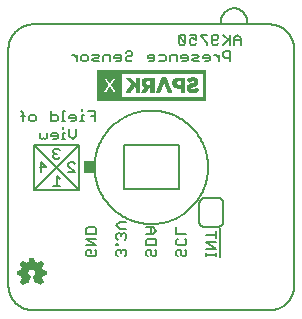
<source format=gbo>
G75*
%MOIN*%
%OFA0B0*%
%FSLAX25Y25*%
%IPPOS*%
%LPD*%
%AMOC8*
5,1,8,0,0,1.08239X$1,22.5*
%
%ADD10C,0.00600*%
%ADD11C,0.00700*%
%ADD12C,0.00299*%
%ADD13C,0.00039*%
%ADD14C,0.00800*%
%ADD15R,0.03937X0.03937*%
%ADD16C,0.00500*%
D10*
X0191633Y0095867D02*
X0191633Y0097001D01*
X0192200Y0097569D01*
X0193335Y0097569D01*
X0193335Y0096434D01*
X0194469Y0095300D02*
X0192200Y0095300D01*
X0191633Y0095867D01*
X0194469Y0095300D02*
X0195036Y0095867D01*
X0195036Y0097001D01*
X0194469Y0097569D01*
X0195036Y0098983D02*
X0191633Y0098983D01*
X0191633Y0101252D02*
X0195036Y0101252D01*
X0195036Y0102666D02*
X0191633Y0102666D01*
X0191633Y0104368D01*
X0192200Y0104935D01*
X0194469Y0104935D01*
X0195036Y0104368D01*
X0195036Y0102666D01*
X0195036Y0098983D02*
X0191633Y0101252D01*
X0201633Y0101392D02*
X0202200Y0100825D01*
X0201633Y0101392D02*
X0201633Y0102526D01*
X0202200Y0103093D01*
X0202768Y0103093D01*
X0203335Y0102526D01*
X0203335Y0101959D01*
X0203335Y0102526D02*
X0203902Y0103093D01*
X0204469Y0103093D01*
X0205036Y0102526D01*
X0205036Y0101392D01*
X0204469Y0100825D01*
X0202200Y0099550D02*
X0201633Y0099550D01*
X0201633Y0098983D01*
X0202200Y0098983D01*
X0202200Y0099550D01*
X0202200Y0097569D02*
X0201633Y0097001D01*
X0201633Y0095867D01*
X0202200Y0095300D01*
X0203335Y0096434D02*
X0203335Y0097001D01*
X0202768Y0097569D01*
X0202200Y0097569D01*
X0203335Y0097001D02*
X0203902Y0097569D01*
X0204469Y0097569D01*
X0205036Y0097001D01*
X0205036Y0095867D01*
X0204469Y0095300D01*
X0211633Y0095867D02*
X0212200Y0095300D01*
X0211633Y0095867D02*
X0211633Y0097001D01*
X0212200Y0097569D01*
X0212768Y0097569D01*
X0213335Y0097001D01*
X0213335Y0095867D01*
X0213902Y0095300D01*
X0214469Y0095300D01*
X0215036Y0095867D01*
X0215036Y0097001D01*
X0214469Y0097569D01*
X0215036Y0098983D02*
X0211633Y0098983D01*
X0211633Y0100685D01*
X0212200Y0101252D01*
X0214469Y0101252D01*
X0215036Y0100685D01*
X0215036Y0098983D01*
X0221633Y0099550D02*
X0221633Y0100685D01*
X0222200Y0101252D01*
X0221633Y0102666D02*
X0221633Y0104935D01*
X0221633Y0102666D02*
X0225036Y0102666D01*
X0224469Y0101252D02*
X0225036Y0100685D01*
X0225036Y0099550D01*
X0224469Y0098983D01*
X0222200Y0098983D01*
X0221633Y0099550D01*
X0222200Y0097569D02*
X0221633Y0097001D01*
X0221633Y0095867D01*
X0222200Y0095300D01*
X0223335Y0095867D02*
X0223335Y0097001D01*
X0222768Y0097569D01*
X0222200Y0097569D01*
X0223335Y0095867D02*
X0223902Y0095300D01*
X0224469Y0095300D01*
X0225036Y0095867D01*
X0225036Y0097001D01*
X0224469Y0097569D01*
X0231633Y0097755D02*
X0235036Y0097755D01*
X0231633Y0100024D01*
X0235036Y0100024D01*
X0235036Y0101439D02*
X0235036Y0103707D01*
X0235036Y0102573D02*
X0231633Y0102573D01*
X0231133Y0105200D02*
X0235533Y0105200D01*
X0236233Y0104822D02*
X0236233Y0095000D01*
X0235036Y0095300D02*
X0235036Y0096434D01*
X0235036Y0095867D02*
X0231633Y0095867D01*
X0231633Y0095300D02*
X0231633Y0096434D01*
X0215036Y0103801D02*
X0213902Y0102666D01*
X0211633Y0102666D01*
X0213335Y0102666D02*
X0213335Y0104935D01*
X0213902Y0104935D02*
X0211633Y0104935D01*
X0213902Y0104935D02*
X0215036Y0103801D01*
X0205036Y0104508D02*
X0202768Y0104508D01*
X0201633Y0105642D01*
X0202768Y0106776D01*
X0205036Y0106776D01*
X0229333Y0107000D02*
X0229333Y0113000D01*
X0229335Y0113083D01*
X0229341Y0113166D01*
X0229350Y0113249D01*
X0229364Y0113331D01*
X0229381Y0113412D01*
X0229402Y0113493D01*
X0229426Y0113572D01*
X0229455Y0113650D01*
X0229486Y0113727D01*
X0229522Y0113802D01*
X0229560Y0113876D01*
X0229603Y0113948D01*
X0229648Y0114017D01*
X0229697Y0114085D01*
X0229748Y0114150D01*
X0229803Y0114213D01*
X0229860Y0114273D01*
X0229920Y0114330D01*
X0229983Y0114385D01*
X0230048Y0114436D01*
X0230116Y0114485D01*
X0230185Y0114530D01*
X0230257Y0114573D01*
X0230331Y0114611D01*
X0230406Y0114647D01*
X0230483Y0114678D01*
X0230561Y0114707D01*
X0230640Y0114731D01*
X0230721Y0114752D01*
X0230802Y0114769D01*
X0230884Y0114783D01*
X0230967Y0114792D01*
X0231050Y0114798D01*
X0231133Y0114800D01*
X0235533Y0114800D01*
X0235616Y0114798D01*
X0235699Y0114792D01*
X0235782Y0114783D01*
X0235864Y0114769D01*
X0235945Y0114752D01*
X0236026Y0114731D01*
X0236105Y0114707D01*
X0236183Y0114678D01*
X0236260Y0114647D01*
X0236335Y0114611D01*
X0236409Y0114573D01*
X0236481Y0114530D01*
X0236550Y0114485D01*
X0236618Y0114436D01*
X0236683Y0114385D01*
X0236746Y0114330D01*
X0236806Y0114273D01*
X0236863Y0114213D01*
X0236918Y0114150D01*
X0236969Y0114085D01*
X0237018Y0114017D01*
X0237063Y0113948D01*
X0237106Y0113876D01*
X0237144Y0113802D01*
X0237180Y0113727D01*
X0237211Y0113650D01*
X0237240Y0113572D01*
X0237264Y0113493D01*
X0237285Y0113412D01*
X0237302Y0113331D01*
X0237316Y0113249D01*
X0237325Y0113166D01*
X0237331Y0113083D01*
X0237333Y0113000D01*
X0237333Y0107000D01*
X0237331Y0106917D01*
X0237325Y0106834D01*
X0237316Y0106751D01*
X0237302Y0106669D01*
X0237285Y0106588D01*
X0237264Y0106507D01*
X0237240Y0106428D01*
X0237211Y0106350D01*
X0237180Y0106273D01*
X0237144Y0106198D01*
X0237106Y0106124D01*
X0237063Y0106052D01*
X0237018Y0105983D01*
X0236969Y0105915D01*
X0236918Y0105850D01*
X0236863Y0105787D01*
X0236806Y0105727D01*
X0236746Y0105670D01*
X0236683Y0105615D01*
X0236618Y0105564D01*
X0236550Y0105515D01*
X0236481Y0105470D01*
X0236409Y0105427D01*
X0236335Y0105389D01*
X0236260Y0105353D01*
X0236183Y0105322D01*
X0236105Y0105293D01*
X0236026Y0105269D01*
X0235945Y0105248D01*
X0235864Y0105231D01*
X0235782Y0105217D01*
X0235699Y0105208D01*
X0235616Y0105202D01*
X0235533Y0105200D01*
X0231133Y0105200D02*
X0231050Y0105202D01*
X0230967Y0105208D01*
X0230884Y0105217D01*
X0230802Y0105231D01*
X0230721Y0105248D01*
X0230640Y0105269D01*
X0230561Y0105293D01*
X0230483Y0105322D01*
X0230406Y0105353D01*
X0230331Y0105389D01*
X0230257Y0105427D01*
X0230185Y0105470D01*
X0230116Y0105515D01*
X0230048Y0105564D01*
X0229983Y0105615D01*
X0229920Y0105670D01*
X0229860Y0105727D01*
X0229803Y0105787D01*
X0229748Y0105850D01*
X0229697Y0105915D01*
X0229648Y0105983D01*
X0229603Y0106052D01*
X0229560Y0106124D01*
X0229522Y0106198D01*
X0229486Y0106273D01*
X0229455Y0106350D01*
X0229426Y0106428D01*
X0229402Y0106507D01*
X0229381Y0106588D01*
X0229364Y0106669D01*
X0229350Y0106751D01*
X0229341Y0106834D01*
X0229335Y0106917D01*
X0229333Y0107000D01*
X0187875Y0123300D02*
X0185606Y0125569D01*
X0185606Y0126136D01*
X0186173Y0126703D01*
X0187308Y0126703D01*
X0187875Y0126136D01*
X0182875Y0128367D02*
X0182308Y0127800D01*
X0181173Y0127800D01*
X0180606Y0128367D01*
X0180606Y0128934D01*
X0181173Y0129501D01*
X0181741Y0129501D01*
X0181173Y0129501D02*
X0180606Y0130069D01*
X0180606Y0130636D01*
X0181173Y0131203D01*
X0182308Y0131203D01*
X0182875Y0130636D01*
X0183468Y0134300D02*
X0184603Y0134300D01*
X0184035Y0134300D02*
X0184035Y0136569D01*
X0184603Y0136569D01*
X0184035Y0137703D02*
X0184035Y0138270D01*
X0184035Y0140300D02*
X0184035Y0143703D01*
X0184603Y0143703D01*
X0186017Y0142001D02*
X0186017Y0141434D01*
X0188286Y0141434D01*
X0188286Y0140867D02*
X0188286Y0142001D01*
X0187719Y0142569D01*
X0186584Y0142569D01*
X0186017Y0142001D01*
X0186584Y0140300D02*
X0187719Y0140300D01*
X0188286Y0140867D01*
X0189607Y0140300D02*
X0190741Y0140300D01*
X0190174Y0140300D02*
X0190174Y0142569D01*
X0190741Y0142569D01*
X0190174Y0143703D02*
X0190174Y0144270D01*
X0192156Y0143703D02*
X0194424Y0143703D01*
X0194424Y0140300D01*
X0194424Y0142001D02*
X0193290Y0142001D01*
X0184603Y0140300D02*
X0183468Y0140300D01*
X0182147Y0140867D02*
X0182147Y0142001D01*
X0181580Y0142569D01*
X0179879Y0142569D01*
X0179879Y0143703D02*
X0179879Y0140300D01*
X0181580Y0140300D01*
X0182147Y0140867D01*
X0181580Y0136569D02*
X0180446Y0136569D01*
X0179879Y0136001D01*
X0179879Y0135434D01*
X0182147Y0135434D01*
X0182147Y0134867D02*
X0182147Y0136001D01*
X0181580Y0136569D01*
X0182147Y0134867D02*
X0181580Y0134300D01*
X0180446Y0134300D01*
X0178464Y0134867D02*
X0177897Y0134300D01*
X0177330Y0134867D01*
X0176763Y0134300D01*
X0176195Y0134867D01*
X0176195Y0136569D01*
X0178464Y0136569D02*
X0178464Y0134867D01*
X0186017Y0135434D02*
X0187151Y0134300D01*
X0188286Y0135434D01*
X0188286Y0137703D01*
X0186017Y0137703D02*
X0186017Y0135434D01*
X0174781Y0140867D02*
X0174214Y0140300D01*
X0173079Y0140300D01*
X0172512Y0140867D01*
X0172512Y0142001D01*
X0173079Y0142569D01*
X0174214Y0142569D01*
X0174781Y0142001D01*
X0174781Y0140867D01*
X0171098Y0142001D02*
X0169963Y0142001D01*
X0170531Y0143136D02*
X0169963Y0143703D01*
X0170531Y0143136D02*
X0170531Y0140300D01*
X0176673Y0126703D02*
X0178375Y0125001D01*
X0176106Y0125001D01*
X0176673Y0123300D02*
X0176673Y0126703D01*
X0181741Y0122203D02*
X0181741Y0118800D01*
X0182875Y0118800D02*
X0180606Y0118800D01*
X0182875Y0121069D02*
X0181741Y0122203D01*
X0185606Y0123300D02*
X0187875Y0123300D01*
X0188593Y0160300D02*
X0188593Y0162569D01*
X0187459Y0162569D02*
X0186891Y0162569D01*
X0187459Y0162569D02*
X0188593Y0161434D01*
X0190007Y0160867D02*
X0190007Y0162001D01*
X0190575Y0162569D01*
X0191709Y0162569D01*
X0192276Y0162001D01*
X0192276Y0160867D01*
X0191709Y0160300D01*
X0190575Y0160300D01*
X0190007Y0160867D01*
X0193691Y0160867D02*
X0194258Y0161434D01*
X0195392Y0161434D01*
X0195959Y0162001D01*
X0195392Y0162569D01*
X0193691Y0162569D01*
X0193691Y0160867D02*
X0194258Y0160300D01*
X0195959Y0160300D01*
X0197374Y0160300D02*
X0197374Y0162001D01*
X0197941Y0162569D01*
X0199642Y0162569D01*
X0199642Y0160300D01*
X0201057Y0161434D02*
X0203325Y0161434D01*
X0203325Y0160867D02*
X0203325Y0162001D01*
X0202758Y0162569D01*
X0201624Y0162569D01*
X0201057Y0162001D01*
X0201057Y0161434D01*
X0201624Y0160300D02*
X0202758Y0160300D01*
X0203325Y0160867D01*
X0204740Y0160867D02*
X0205307Y0160300D01*
X0206441Y0160300D01*
X0207009Y0160867D01*
X0206441Y0162001D02*
X0205307Y0162001D01*
X0204740Y0161434D01*
X0204740Y0160867D01*
X0206441Y0162001D02*
X0207009Y0162569D01*
X0207009Y0163136D01*
X0206441Y0163703D01*
X0205307Y0163703D01*
X0204740Y0163136D01*
X0212106Y0162001D02*
X0212106Y0161434D01*
X0214375Y0161434D01*
X0214375Y0160867D02*
X0214375Y0162001D01*
X0213808Y0162569D01*
X0212673Y0162569D01*
X0212106Y0162001D01*
X0212673Y0160300D02*
X0213808Y0160300D01*
X0214375Y0160867D01*
X0215789Y0160300D02*
X0217491Y0160300D01*
X0218058Y0160867D01*
X0218058Y0162001D01*
X0217491Y0162569D01*
X0215789Y0162569D01*
X0219473Y0162001D02*
X0219473Y0160300D01*
X0219473Y0162001D02*
X0220040Y0162569D01*
X0221741Y0162569D01*
X0221741Y0160300D01*
X0223156Y0161434D02*
X0225424Y0161434D01*
X0225424Y0160867D02*
X0225424Y0162001D01*
X0224857Y0162569D01*
X0223723Y0162569D01*
X0223156Y0162001D01*
X0223156Y0161434D01*
X0223723Y0160300D02*
X0224857Y0160300D01*
X0225424Y0160867D01*
X0226839Y0160867D02*
X0227406Y0161434D01*
X0228540Y0161434D01*
X0229108Y0162001D01*
X0228540Y0162569D01*
X0226839Y0162569D01*
X0226839Y0160867D02*
X0227406Y0160300D01*
X0229108Y0160300D01*
X0230522Y0161434D02*
X0232791Y0161434D01*
X0232791Y0160867D02*
X0232791Y0162001D01*
X0232223Y0162569D01*
X0231089Y0162569D01*
X0230522Y0162001D01*
X0230522Y0161434D01*
X0231089Y0160300D02*
X0232223Y0160300D01*
X0232791Y0160867D01*
X0234158Y0162569D02*
X0234726Y0162569D01*
X0235860Y0161434D01*
X0235860Y0160300D02*
X0235860Y0162569D01*
X0237274Y0163136D02*
X0237842Y0163703D01*
X0239543Y0163703D01*
X0239543Y0160300D01*
X0239543Y0161434D02*
X0237842Y0161434D01*
X0237274Y0162001D01*
X0237274Y0163136D01*
X0237131Y0165800D02*
X0238832Y0167501D01*
X0239400Y0166934D02*
X0237131Y0169203D01*
X0235716Y0168636D02*
X0235716Y0168069D01*
X0235149Y0167501D01*
X0233448Y0167501D01*
X0233448Y0166367D02*
X0233448Y0168636D01*
X0234015Y0169203D01*
X0235149Y0169203D01*
X0235716Y0168636D01*
X0235716Y0166367D02*
X0235149Y0165800D01*
X0234015Y0165800D01*
X0233448Y0166367D01*
X0232033Y0166367D02*
X0229765Y0168636D01*
X0229765Y0169203D01*
X0232033Y0169203D01*
X0228350Y0169203D02*
X0228350Y0167501D01*
X0227216Y0168069D01*
X0226649Y0168069D01*
X0226082Y0167501D01*
X0226082Y0166367D01*
X0226649Y0165800D01*
X0227783Y0165800D01*
X0228350Y0166367D01*
X0224667Y0166367D02*
X0224667Y0168636D01*
X0224100Y0169203D01*
X0222966Y0169203D01*
X0222398Y0168636D01*
X0224667Y0166367D01*
X0224100Y0165800D01*
X0222966Y0165800D01*
X0222398Y0166367D01*
X0222398Y0168636D01*
X0226082Y0169203D02*
X0228350Y0169203D01*
X0232033Y0166367D02*
X0232033Y0165800D01*
X0239400Y0165800D02*
X0239400Y0169203D01*
X0240814Y0168069D02*
X0240814Y0165800D01*
X0240814Y0167501D02*
X0243083Y0167501D01*
X0243083Y0168069D02*
X0241948Y0169203D01*
X0240814Y0168069D01*
X0243083Y0168069D02*
X0243083Y0165800D01*
D11*
X0189333Y0132500D02*
X0174333Y0132500D01*
X0189333Y0117500D01*
X0174333Y0117500D01*
X0174333Y0132500D01*
X0189333Y0132500D02*
X0174333Y0117500D01*
X0189333Y0117500D02*
X0189333Y0132500D01*
D12*
X0173977Y0094793D02*
X0174213Y0093415D01*
X0174252Y0093415D01*
X0174331Y0093375D01*
X0174410Y0093375D01*
X0174449Y0093336D01*
X0174528Y0093336D01*
X0174607Y0093297D01*
X0174646Y0093297D01*
X0174725Y0093257D01*
X0174764Y0093218D01*
X0174843Y0093218D01*
X0174882Y0093179D01*
X0174961Y0093139D01*
X0175000Y0093100D01*
X0175079Y0093100D01*
X0175118Y0093061D01*
X0175197Y0093021D01*
X0176339Y0093809D01*
X0177205Y0092942D01*
X0176418Y0091801D01*
X0176457Y0091761D01*
X0176457Y0091683D01*
X0176496Y0091643D01*
X0176536Y0091564D01*
X0176575Y0091525D01*
X0176575Y0091446D01*
X0176614Y0091407D01*
X0176654Y0091328D01*
X0176654Y0091289D01*
X0176733Y0091131D01*
X0176733Y0091092D01*
X0176772Y0091013D01*
X0176772Y0090974D01*
X0176811Y0090895D01*
X0176811Y0090816D01*
X0178189Y0090580D01*
X0178189Y0089320D01*
X0176811Y0089084D01*
X0176811Y0089045D01*
X0176772Y0088966D01*
X0176772Y0088887D01*
X0176733Y0088848D01*
X0176733Y0088769D01*
X0176693Y0088730D01*
X0176654Y0088651D01*
X0176654Y0088572D01*
X0176614Y0088533D01*
X0176614Y0088454D01*
X0176575Y0088415D01*
X0176536Y0088336D01*
X0176496Y0088297D01*
X0176457Y0088218D01*
X0176457Y0088179D01*
X0176418Y0088100D01*
X0174052Y0088100D01*
X0173942Y0088398D02*
X0176566Y0088398D01*
X0176676Y0088695D02*
X0173832Y0088695D01*
X0173819Y0088730D02*
X0173937Y0088769D01*
X0174095Y0088848D01*
X0174173Y0088927D01*
X0174252Y0088966D01*
X0174331Y0089045D01*
X0174370Y0089123D01*
X0174449Y0089202D01*
X0174528Y0089360D01*
X0174567Y0089478D01*
X0174646Y0089635D01*
X0174646Y0089753D01*
X0174685Y0089872D01*
X0174685Y0090108D01*
X0174528Y0090580D01*
X0174370Y0090816D01*
X0174292Y0090895D01*
X0174173Y0090974D01*
X0174095Y0091053D01*
X0173977Y0091131D01*
X0173859Y0091171D01*
X0173740Y0091249D01*
X0173622Y0091249D01*
X0173465Y0091289D01*
X0173189Y0091289D01*
X0173071Y0091249D01*
X0172953Y0091249D01*
X0172835Y0091171D01*
X0172717Y0091131D01*
X0172481Y0090974D01*
X0172323Y0090816D01*
X0172166Y0090580D01*
X0172126Y0090462D01*
X0172048Y0090344D01*
X0172048Y0090226D01*
X0172008Y0090108D01*
X0172008Y0089753D01*
X0172048Y0089635D01*
X0172048Y0089557D01*
X0172087Y0089478D01*
X0172126Y0089360D01*
X0172166Y0089281D01*
X0172244Y0089202D01*
X0172284Y0089123D01*
X0172441Y0088966D01*
X0172520Y0088927D01*
X0172599Y0088848D01*
X0172835Y0088730D01*
X0172048Y0086604D01*
X0172048Y0086643D01*
X0171969Y0086643D01*
X0171929Y0086683D01*
X0171890Y0086683D01*
X0171851Y0086722D01*
X0171811Y0086722D01*
X0171772Y0086761D01*
X0171693Y0086761D01*
X0171654Y0086801D01*
X0171614Y0086801D01*
X0171536Y0086879D01*
X0171496Y0086879D01*
X0170355Y0086092D01*
X0169449Y0086998D01*
X0170276Y0088100D01*
X0170236Y0088179D01*
X0170197Y0088218D01*
X0170158Y0088297D01*
X0170158Y0088336D01*
X0170118Y0088415D01*
X0170079Y0088454D01*
X0170040Y0088533D01*
X0170040Y0088572D01*
X0169961Y0088730D01*
X0169961Y0088769D01*
X0169922Y0088848D01*
X0169922Y0088887D01*
X0169882Y0088966D01*
X0169882Y0089045D01*
X0169843Y0089084D01*
X0168465Y0089320D01*
X0168465Y0090580D01*
X0169882Y0090816D01*
X0169882Y0090974D01*
X0169922Y0091013D01*
X0169922Y0091092D01*
X0169961Y0091131D01*
X0170000Y0091210D01*
X0170000Y0091289D01*
X0170040Y0091328D01*
X0170040Y0091407D01*
X0170079Y0091446D01*
X0170118Y0091525D01*
X0170158Y0091564D01*
X0170158Y0091643D01*
X0170197Y0091683D01*
X0170236Y0091761D01*
X0170276Y0091801D01*
X0169449Y0092942D01*
X0170355Y0093809D01*
X0171496Y0093021D01*
X0171536Y0093061D01*
X0171614Y0093100D01*
X0171654Y0093100D01*
X0171733Y0093139D01*
X0171772Y0093179D01*
X0171851Y0093218D01*
X0171890Y0093218D01*
X0171969Y0093257D01*
X0172008Y0093297D01*
X0172087Y0093297D01*
X0172166Y0093336D01*
X0172205Y0093336D01*
X0172284Y0093375D01*
X0172323Y0093375D01*
X0172402Y0093415D01*
X0172481Y0093415D01*
X0172717Y0094793D01*
X0173977Y0094793D01*
X0174001Y0094650D02*
X0172692Y0094650D01*
X0172641Y0094352D02*
X0174052Y0094352D01*
X0174103Y0094054D02*
X0172590Y0094054D01*
X0172539Y0093757D02*
X0174154Y0093757D01*
X0174205Y0093459D02*
X0172488Y0093459D01*
X0171754Y0093161D02*
X0174917Y0093161D01*
X0175400Y0093161D02*
X0176986Y0093161D01*
X0177151Y0092863D02*
X0169506Y0092863D01*
X0169678Y0093161D02*
X0171293Y0093161D01*
X0170862Y0093459D02*
X0169989Y0093459D01*
X0170300Y0093757D02*
X0170430Y0093757D01*
X0169722Y0092566D02*
X0176945Y0092566D01*
X0176740Y0092268D02*
X0169937Y0092268D01*
X0170153Y0091970D02*
X0176535Y0091970D01*
X0176467Y0091673D02*
X0170187Y0091673D01*
X0170040Y0091375D02*
X0176630Y0091375D01*
X0176740Y0091077D02*
X0174058Y0091077D01*
X0174395Y0090779D02*
X0177027Y0090779D01*
X0178189Y0090482D02*
X0174561Y0090482D01*
X0174660Y0090184D02*
X0178189Y0090184D01*
X0178189Y0089886D02*
X0174685Y0089886D01*
X0174623Y0089588D02*
X0178189Y0089588D01*
X0178017Y0089291D02*
X0174493Y0089291D01*
X0174279Y0088993D02*
X0176785Y0088993D01*
X0176418Y0088100D02*
X0177205Y0086998D01*
X0176339Y0086092D01*
X0175197Y0086879D01*
X0175158Y0086879D01*
X0175118Y0086840D01*
X0175079Y0086840D01*
X0175040Y0086801D01*
X0175000Y0086801D01*
X0174961Y0086761D01*
X0174922Y0086761D01*
X0174882Y0086722D01*
X0174843Y0086722D01*
X0174803Y0086683D01*
X0174764Y0086683D01*
X0174725Y0086643D01*
X0174646Y0086643D01*
X0174607Y0086604D01*
X0173819Y0088730D01*
X0174163Y0087802D02*
X0176630Y0087802D01*
X0176843Y0087504D02*
X0174273Y0087504D01*
X0174383Y0087207D02*
X0177056Y0087207D01*
X0177120Y0086909D02*
X0174494Y0086909D01*
X0174604Y0086611D02*
X0174614Y0086611D01*
X0175586Y0086611D02*
X0176836Y0086611D01*
X0176551Y0086314D02*
X0176018Y0086314D01*
X0172381Y0087504D02*
X0169829Y0087504D01*
X0169606Y0087207D02*
X0172271Y0087207D01*
X0172161Y0086909D02*
X0169538Y0086909D01*
X0169835Y0086611D02*
X0171107Y0086611D01*
X0170676Y0086314D02*
X0170133Y0086314D01*
X0170053Y0087802D02*
X0172491Y0087802D01*
X0172602Y0088100D02*
X0170276Y0088100D01*
X0170127Y0088398D02*
X0172712Y0088398D01*
X0172822Y0088695D02*
X0169978Y0088695D01*
X0169882Y0088993D02*
X0172414Y0088993D01*
X0172161Y0089291D02*
X0168638Y0089291D01*
X0168465Y0089588D02*
X0172048Y0089588D01*
X0172008Y0089886D02*
X0168465Y0089886D01*
X0168465Y0090184D02*
X0172034Y0090184D01*
X0172133Y0090482D02*
X0168465Y0090482D01*
X0169660Y0090779D02*
X0172298Y0090779D01*
X0172635Y0091077D02*
X0169922Y0091077D01*
X0172048Y0086611D02*
X0172050Y0086611D01*
X0175832Y0093459D02*
X0176688Y0093459D01*
X0176391Y0093757D02*
X0176264Y0093757D01*
D13*
X0195333Y0147518D02*
X0195333Y0152015D01*
X0198353Y0152015D01*
X0197036Y0150084D01*
X0198285Y0150084D01*
X0199369Y0151740D01*
X0200460Y0150084D01*
X0201666Y0150084D01*
X0200341Y0152015D01*
X0203376Y0152015D01*
X0203376Y0148443D01*
X0203700Y0148443D01*
X0203700Y0147518D01*
X0195333Y0147518D01*
X0195333Y0147543D02*
X0203700Y0147543D01*
X0231333Y0147543D01*
X0231333Y0147518D02*
X0203700Y0147518D01*
X0203700Y0148443D01*
X0230408Y0148443D01*
X0230408Y0156557D01*
X0203376Y0156557D01*
X0203376Y0152015D01*
X0200341Y0152015D01*
X0199981Y0152540D01*
X0201594Y0154912D01*
X0200352Y0154912D01*
X0199337Y0153346D01*
X0198314Y0154912D01*
X0197108Y0154912D01*
X0198721Y0152554D01*
X0198353Y0152015D01*
X0195333Y0152015D01*
X0195333Y0157482D01*
X0203376Y0157482D01*
X0231333Y0157482D01*
X0231333Y0147518D01*
X0231333Y0147581D02*
X0203700Y0147581D01*
X0195333Y0147581D01*
X0195333Y0147619D02*
X0203700Y0147619D01*
X0231333Y0147619D01*
X0231333Y0147657D02*
X0203700Y0147657D01*
X0195333Y0147657D01*
X0195333Y0147694D02*
X0203700Y0147694D01*
X0231333Y0147694D01*
X0231333Y0147732D02*
X0203700Y0147732D01*
X0195333Y0147732D01*
X0195333Y0147770D02*
X0203700Y0147770D01*
X0231333Y0147770D01*
X0231333Y0147808D02*
X0203700Y0147808D01*
X0195333Y0147808D01*
X0195333Y0147846D02*
X0203700Y0147846D01*
X0231333Y0147846D01*
X0231333Y0147884D02*
X0203700Y0147884D01*
X0195333Y0147884D01*
X0195333Y0147922D02*
X0203700Y0147922D01*
X0231333Y0147922D01*
X0231333Y0147960D02*
X0203700Y0147960D01*
X0195333Y0147960D01*
X0195333Y0147997D02*
X0203700Y0147997D01*
X0231333Y0147997D01*
X0231333Y0148035D02*
X0203700Y0148035D01*
X0195333Y0148035D01*
X0195333Y0148073D02*
X0203700Y0148073D01*
X0231333Y0148073D01*
X0231333Y0148111D02*
X0203700Y0148111D01*
X0195333Y0148111D01*
X0195333Y0148149D02*
X0203700Y0148149D01*
X0231333Y0148149D01*
X0231333Y0148187D02*
X0203700Y0148187D01*
X0195333Y0148187D01*
X0195333Y0148225D02*
X0203700Y0148225D01*
X0231333Y0148225D01*
X0231333Y0148263D02*
X0203700Y0148263D01*
X0195333Y0148263D01*
X0195333Y0148301D02*
X0203700Y0148301D01*
X0231333Y0148301D01*
X0231333Y0148338D02*
X0203700Y0148338D01*
X0195333Y0148338D01*
X0195333Y0148376D02*
X0203700Y0148376D01*
X0231333Y0148376D01*
X0231333Y0148414D02*
X0203700Y0148414D01*
X0195333Y0148414D01*
X0195333Y0148452D02*
X0203376Y0148452D01*
X0203376Y0148490D02*
X0195333Y0148490D01*
X0195333Y0148528D02*
X0203376Y0148528D01*
X0203376Y0148566D02*
X0195333Y0148566D01*
X0195333Y0148604D02*
X0203376Y0148604D01*
X0203376Y0148641D02*
X0195333Y0148641D01*
X0195333Y0148679D02*
X0203376Y0148679D01*
X0203376Y0148717D02*
X0195333Y0148717D01*
X0195333Y0148755D02*
X0203376Y0148755D01*
X0203376Y0148793D02*
X0195333Y0148793D01*
X0195333Y0148831D02*
X0203376Y0148831D01*
X0203376Y0148869D02*
X0195333Y0148869D01*
X0195333Y0148907D02*
X0203376Y0148907D01*
X0203376Y0148944D02*
X0195333Y0148944D01*
X0195333Y0148982D02*
X0203376Y0148982D01*
X0203376Y0149020D02*
X0195333Y0149020D01*
X0195333Y0149058D02*
X0203376Y0149058D01*
X0203376Y0149096D02*
X0195333Y0149096D01*
X0195333Y0149134D02*
X0203376Y0149134D01*
X0203376Y0149172D02*
X0195333Y0149172D01*
X0195333Y0149210D02*
X0203376Y0149210D01*
X0203376Y0149248D02*
X0195333Y0149248D01*
X0195333Y0149285D02*
X0203376Y0149285D01*
X0203376Y0149323D02*
X0195333Y0149323D01*
X0195333Y0149361D02*
X0203376Y0149361D01*
X0203376Y0149399D02*
X0195333Y0149399D01*
X0195333Y0149437D02*
X0203376Y0149437D01*
X0203376Y0149475D02*
X0195333Y0149475D01*
X0195333Y0149513D02*
X0203376Y0149513D01*
X0203376Y0149551D02*
X0195333Y0149551D01*
X0195333Y0149588D02*
X0203376Y0149588D01*
X0203376Y0149626D02*
X0195333Y0149626D01*
X0195333Y0149664D02*
X0203376Y0149664D01*
X0203376Y0149702D02*
X0195333Y0149702D01*
X0195333Y0149740D02*
X0203376Y0149740D01*
X0203376Y0149778D02*
X0195333Y0149778D01*
X0195333Y0149816D02*
X0203376Y0149816D01*
X0203376Y0149854D02*
X0195333Y0149854D01*
X0195333Y0149892D02*
X0203376Y0149892D01*
X0203376Y0149929D02*
X0195333Y0149929D01*
X0195333Y0149967D02*
X0203376Y0149967D01*
X0203376Y0150005D02*
X0195333Y0150005D01*
X0195333Y0150043D02*
X0203376Y0150043D01*
X0203376Y0150081D02*
X0195333Y0150081D01*
X0195333Y0150119D02*
X0197060Y0150119D01*
X0197085Y0150157D02*
X0195333Y0150157D01*
X0195333Y0150195D02*
X0197111Y0150195D01*
X0197137Y0150232D02*
X0195333Y0150232D01*
X0195333Y0150270D02*
X0197163Y0150270D01*
X0197189Y0150308D02*
X0195333Y0150308D01*
X0195333Y0150346D02*
X0197215Y0150346D01*
X0197240Y0150384D02*
X0195333Y0150384D01*
X0195333Y0150422D02*
X0197266Y0150422D01*
X0197292Y0150460D02*
X0195333Y0150460D01*
X0195333Y0150498D02*
X0197318Y0150498D01*
X0197344Y0150536D02*
X0195333Y0150536D01*
X0195333Y0150573D02*
X0197370Y0150573D01*
X0197396Y0150611D02*
X0195333Y0150611D01*
X0195333Y0150649D02*
X0197421Y0150649D01*
X0197447Y0150687D02*
X0195333Y0150687D01*
X0195333Y0150725D02*
X0197473Y0150725D01*
X0197499Y0150763D02*
X0195333Y0150763D01*
X0195333Y0150801D02*
X0197525Y0150801D01*
X0197551Y0150839D02*
X0195333Y0150839D01*
X0195333Y0150876D02*
X0197576Y0150876D01*
X0197602Y0150914D02*
X0195333Y0150914D01*
X0195333Y0150952D02*
X0197628Y0150952D01*
X0197654Y0150990D02*
X0195333Y0150990D01*
X0195333Y0151028D02*
X0197680Y0151028D01*
X0197706Y0151066D02*
X0195333Y0151066D01*
X0195333Y0151104D02*
X0197731Y0151104D01*
X0197757Y0151142D02*
X0195333Y0151142D01*
X0195333Y0151179D02*
X0197783Y0151179D01*
X0197809Y0151217D02*
X0195333Y0151217D01*
X0195333Y0151255D02*
X0197835Y0151255D01*
X0197861Y0151293D02*
X0195333Y0151293D01*
X0195333Y0151331D02*
X0197887Y0151331D01*
X0197912Y0151369D02*
X0195333Y0151369D01*
X0195333Y0151407D02*
X0197938Y0151407D01*
X0197964Y0151445D02*
X0195333Y0151445D01*
X0195333Y0151483D02*
X0197990Y0151483D01*
X0198016Y0151520D02*
X0195333Y0151520D01*
X0195333Y0151558D02*
X0198042Y0151558D01*
X0198067Y0151596D02*
X0195333Y0151596D01*
X0195333Y0151634D02*
X0198093Y0151634D01*
X0198119Y0151672D02*
X0195333Y0151672D01*
X0195333Y0151710D02*
X0198145Y0151710D01*
X0198171Y0151748D02*
X0195333Y0151748D01*
X0195333Y0151786D02*
X0198197Y0151786D01*
X0198222Y0151823D02*
X0195333Y0151823D01*
X0195333Y0151861D02*
X0198248Y0151861D01*
X0198274Y0151899D02*
X0195333Y0151899D01*
X0195333Y0151937D02*
X0198300Y0151937D01*
X0198326Y0151975D02*
X0195333Y0151975D01*
X0195333Y0152013D02*
X0198352Y0152013D01*
X0198377Y0152051D02*
X0195333Y0152051D01*
X0195333Y0152089D02*
X0198403Y0152089D01*
X0198429Y0152127D02*
X0195333Y0152127D01*
X0195333Y0152164D02*
X0198455Y0152164D01*
X0198481Y0152202D02*
X0195333Y0152202D01*
X0195333Y0152240D02*
X0198507Y0152240D01*
X0198533Y0152278D02*
X0195333Y0152278D01*
X0195333Y0152316D02*
X0198558Y0152316D01*
X0198584Y0152354D02*
X0195333Y0152354D01*
X0195333Y0152392D02*
X0198610Y0152392D01*
X0198636Y0152430D02*
X0195333Y0152430D01*
X0195333Y0152467D02*
X0198662Y0152467D01*
X0198688Y0152505D02*
X0195333Y0152505D01*
X0195333Y0152543D02*
X0198714Y0152543D01*
X0198702Y0152581D02*
X0195333Y0152581D01*
X0195333Y0152619D02*
X0198676Y0152619D01*
X0198651Y0152657D02*
X0195333Y0152657D01*
X0195333Y0152695D02*
X0198625Y0152695D01*
X0198599Y0152733D02*
X0195333Y0152733D01*
X0195333Y0152771D02*
X0198573Y0152771D01*
X0198547Y0152808D02*
X0195333Y0152808D01*
X0195333Y0152846D02*
X0198521Y0152846D01*
X0198495Y0152884D02*
X0195333Y0152884D01*
X0195333Y0152922D02*
X0198469Y0152922D01*
X0198443Y0152960D02*
X0195333Y0152960D01*
X0195333Y0152998D02*
X0198417Y0152998D01*
X0198391Y0153036D02*
X0195333Y0153036D01*
X0195333Y0153074D02*
X0198366Y0153074D01*
X0198340Y0153111D02*
X0195333Y0153111D01*
X0195333Y0153149D02*
X0198314Y0153149D01*
X0198288Y0153187D02*
X0195333Y0153187D01*
X0195333Y0153225D02*
X0198262Y0153225D01*
X0198236Y0153263D02*
X0195333Y0153263D01*
X0195333Y0153301D02*
X0198210Y0153301D01*
X0198184Y0153339D02*
X0195333Y0153339D01*
X0195333Y0153377D02*
X0198158Y0153377D01*
X0198132Y0153414D02*
X0195333Y0153414D01*
X0195333Y0153452D02*
X0198106Y0153452D01*
X0198081Y0153490D02*
X0195333Y0153490D01*
X0195333Y0153528D02*
X0198055Y0153528D01*
X0198029Y0153566D02*
X0195333Y0153566D01*
X0195333Y0153604D02*
X0198003Y0153604D01*
X0197977Y0153642D02*
X0195333Y0153642D01*
X0195333Y0153680D02*
X0197951Y0153680D01*
X0197925Y0153718D02*
X0195333Y0153718D01*
X0195333Y0153755D02*
X0197899Y0153755D01*
X0197873Y0153793D02*
X0195333Y0153793D01*
X0195333Y0153831D02*
X0197847Y0153831D01*
X0197821Y0153869D02*
X0195333Y0153869D01*
X0195333Y0153907D02*
X0197796Y0153907D01*
X0197770Y0153945D02*
X0195333Y0153945D01*
X0195333Y0153983D02*
X0197744Y0153983D01*
X0197718Y0154021D02*
X0195333Y0154021D01*
X0195333Y0154058D02*
X0197692Y0154058D01*
X0197666Y0154096D02*
X0195333Y0154096D01*
X0195333Y0154134D02*
X0197640Y0154134D01*
X0197614Y0154172D02*
X0195333Y0154172D01*
X0195333Y0154210D02*
X0197588Y0154210D01*
X0197562Y0154248D02*
X0195333Y0154248D01*
X0195333Y0154286D02*
X0197536Y0154286D01*
X0197511Y0154324D02*
X0195333Y0154324D01*
X0195333Y0154362D02*
X0197485Y0154362D01*
X0197459Y0154399D02*
X0195333Y0154399D01*
X0195333Y0154437D02*
X0197433Y0154437D01*
X0197407Y0154475D02*
X0195333Y0154475D01*
X0195333Y0154513D02*
X0197381Y0154513D01*
X0197355Y0154551D02*
X0195333Y0154551D01*
X0195333Y0154589D02*
X0197329Y0154589D01*
X0197303Y0154627D02*
X0195333Y0154627D01*
X0195333Y0154665D02*
X0197277Y0154665D01*
X0197251Y0154702D02*
X0195333Y0154702D01*
X0195333Y0154740D02*
X0197226Y0154740D01*
X0197200Y0154778D02*
X0195333Y0154778D01*
X0195333Y0154816D02*
X0197174Y0154816D01*
X0197148Y0154854D02*
X0195333Y0154854D01*
X0195333Y0154892D02*
X0197122Y0154892D01*
X0198327Y0154892D02*
X0200339Y0154892D01*
X0200314Y0154854D02*
X0198352Y0154854D01*
X0198377Y0154816D02*
X0200290Y0154816D01*
X0200265Y0154778D02*
X0198401Y0154778D01*
X0198426Y0154740D02*
X0200240Y0154740D01*
X0200216Y0154702D02*
X0198451Y0154702D01*
X0198476Y0154665D02*
X0200191Y0154665D01*
X0200167Y0154627D02*
X0198500Y0154627D01*
X0198525Y0154589D02*
X0200142Y0154589D01*
X0200118Y0154551D02*
X0198550Y0154551D01*
X0198575Y0154513D02*
X0200093Y0154513D01*
X0200069Y0154475D02*
X0198599Y0154475D01*
X0198624Y0154437D02*
X0200044Y0154437D01*
X0200019Y0154399D02*
X0198649Y0154399D01*
X0198674Y0154362D02*
X0199995Y0154362D01*
X0199970Y0154324D02*
X0198698Y0154324D01*
X0198723Y0154286D02*
X0199946Y0154286D01*
X0199921Y0154248D02*
X0198748Y0154248D01*
X0198772Y0154210D02*
X0199897Y0154210D01*
X0199872Y0154172D02*
X0198797Y0154172D01*
X0198822Y0154134D02*
X0199848Y0154134D01*
X0199823Y0154096D02*
X0198847Y0154096D01*
X0198871Y0154058D02*
X0199798Y0154058D01*
X0199774Y0154021D02*
X0198896Y0154021D01*
X0198921Y0153983D02*
X0199749Y0153983D01*
X0199725Y0153945D02*
X0198946Y0153945D01*
X0198970Y0153907D02*
X0199700Y0153907D01*
X0199676Y0153869D02*
X0198995Y0153869D01*
X0199020Y0153831D02*
X0199651Y0153831D01*
X0199627Y0153793D02*
X0199045Y0153793D01*
X0199069Y0153755D02*
X0199602Y0153755D01*
X0199577Y0153718D02*
X0199094Y0153718D01*
X0199119Y0153680D02*
X0199553Y0153680D01*
X0199528Y0153642D02*
X0199143Y0153642D01*
X0199168Y0153604D02*
X0199504Y0153604D01*
X0199479Y0153566D02*
X0199193Y0153566D01*
X0199218Y0153528D02*
X0199455Y0153528D01*
X0199430Y0153490D02*
X0199242Y0153490D01*
X0199267Y0153452D02*
X0199405Y0153452D01*
X0199381Y0153414D02*
X0199292Y0153414D01*
X0199317Y0153377D02*
X0199356Y0153377D01*
X0200164Y0152808D02*
X0203376Y0152808D01*
X0203376Y0152771D02*
X0200138Y0152771D01*
X0200112Y0152733D02*
X0203376Y0152733D01*
X0203376Y0152695D02*
X0200086Y0152695D01*
X0200061Y0152657D02*
X0203376Y0152657D01*
X0203376Y0152619D02*
X0200035Y0152619D01*
X0200009Y0152581D02*
X0203376Y0152581D01*
X0203376Y0152543D02*
X0199983Y0152543D01*
X0200004Y0152505D02*
X0203376Y0152505D01*
X0203376Y0152467D02*
X0200030Y0152467D01*
X0200056Y0152430D02*
X0203376Y0152430D01*
X0203376Y0152392D02*
X0200082Y0152392D01*
X0200108Y0152354D02*
X0203376Y0152354D01*
X0203376Y0152316D02*
X0200134Y0152316D01*
X0200160Y0152278D02*
X0203376Y0152278D01*
X0203376Y0152240D02*
X0200186Y0152240D01*
X0200212Y0152202D02*
X0203376Y0152202D01*
X0203376Y0152164D02*
X0200238Y0152164D01*
X0200264Y0152127D02*
X0203376Y0152127D01*
X0203376Y0152089D02*
X0200290Y0152089D01*
X0200316Y0152051D02*
X0203376Y0152051D01*
X0203376Y0152013D02*
X0200342Y0152013D01*
X0200368Y0151975D02*
X0203376Y0151975D01*
X0203376Y0151937D02*
X0200394Y0151937D01*
X0200420Y0151899D02*
X0203376Y0151899D01*
X0203376Y0151861D02*
X0200446Y0151861D01*
X0200472Y0151823D02*
X0203376Y0151823D01*
X0203376Y0151786D02*
X0200498Y0151786D01*
X0200524Y0151748D02*
X0203376Y0151748D01*
X0203376Y0151710D02*
X0200550Y0151710D01*
X0200576Y0151672D02*
X0203376Y0151672D01*
X0203376Y0151634D02*
X0200602Y0151634D01*
X0200628Y0151596D02*
X0203376Y0151596D01*
X0203376Y0151558D02*
X0200654Y0151558D01*
X0200680Y0151520D02*
X0203376Y0151520D01*
X0203376Y0151483D02*
X0200706Y0151483D01*
X0200732Y0151445D02*
X0203376Y0151445D01*
X0203376Y0151407D02*
X0200758Y0151407D01*
X0200784Y0151369D02*
X0203376Y0151369D01*
X0203376Y0151331D02*
X0200810Y0151331D01*
X0200836Y0151293D02*
X0203376Y0151293D01*
X0203376Y0151255D02*
X0200862Y0151255D01*
X0200888Y0151217D02*
X0203376Y0151217D01*
X0203376Y0151179D02*
X0200914Y0151179D01*
X0200940Y0151142D02*
X0203376Y0151142D01*
X0203376Y0151104D02*
X0200966Y0151104D01*
X0200992Y0151066D02*
X0203376Y0151066D01*
X0203376Y0151028D02*
X0201018Y0151028D01*
X0201044Y0150990D02*
X0203376Y0150990D01*
X0203376Y0150952D02*
X0201070Y0150952D01*
X0201096Y0150914D02*
X0203376Y0150914D01*
X0203376Y0150876D02*
X0201122Y0150876D01*
X0201148Y0150839D02*
X0203376Y0150839D01*
X0203376Y0150801D02*
X0201174Y0150801D01*
X0201200Y0150763D02*
X0203376Y0150763D01*
X0203376Y0150725D02*
X0201226Y0150725D01*
X0201252Y0150687D02*
X0203376Y0150687D01*
X0203376Y0150649D02*
X0201278Y0150649D01*
X0201304Y0150611D02*
X0203376Y0150611D01*
X0203376Y0150573D02*
X0201330Y0150573D01*
X0201356Y0150536D02*
X0203376Y0150536D01*
X0203376Y0150498D02*
X0201382Y0150498D01*
X0201408Y0150460D02*
X0203376Y0150460D01*
X0203376Y0150422D02*
X0201434Y0150422D01*
X0201460Y0150384D02*
X0203376Y0150384D01*
X0203376Y0150346D02*
X0201486Y0150346D01*
X0201512Y0150308D02*
X0203376Y0150308D01*
X0203376Y0150270D02*
X0201538Y0150270D01*
X0201564Y0150232D02*
X0203376Y0150232D01*
X0203376Y0150195D02*
X0201590Y0150195D01*
X0201616Y0150157D02*
X0203376Y0150157D01*
X0203376Y0150119D02*
X0201642Y0150119D01*
X0200437Y0150119D02*
X0198308Y0150119D01*
X0198333Y0150157D02*
X0200412Y0150157D01*
X0200387Y0150195D02*
X0198357Y0150195D01*
X0198382Y0150232D02*
X0200362Y0150232D01*
X0200337Y0150270D02*
X0198407Y0150270D01*
X0198432Y0150308D02*
X0200312Y0150308D01*
X0200287Y0150346D02*
X0198457Y0150346D01*
X0198481Y0150384D02*
X0200262Y0150384D01*
X0200237Y0150422D02*
X0198506Y0150422D01*
X0198531Y0150460D02*
X0200212Y0150460D01*
X0200188Y0150498D02*
X0198556Y0150498D01*
X0198581Y0150536D02*
X0200163Y0150536D01*
X0200138Y0150573D02*
X0198605Y0150573D01*
X0198630Y0150611D02*
X0200113Y0150611D01*
X0200088Y0150649D02*
X0198655Y0150649D01*
X0198680Y0150687D02*
X0200063Y0150687D01*
X0200038Y0150725D02*
X0198704Y0150725D01*
X0198729Y0150763D02*
X0200013Y0150763D01*
X0199988Y0150801D02*
X0198754Y0150801D01*
X0198779Y0150839D02*
X0199963Y0150839D01*
X0199938Y0150876D02*
X0198804Y0150876D01*
X0198828Y0150914D02*
X0199913Y0150914D01*
X0199888Y0150952D02*
X0198853Y0150952D01*
X0198878Y0150990D02*
X0199863Y0150990D01*
X0199838Y0151028D02*
X0198903Y0151028D01*
X0198928Y0151066D02*
X0199813Y0151066D01*
X0199788Y0151104D02*
X0198952Y0151104D01*
X0198977Y0151142D02*
X0199763Y0151142D01*
X0199738Y0151179D02*
X0199002Y0151179D01*
X0199027Y0151217D02*
X0199713Y0151217D01*
X0199688Y0151255D02*
X0199051Y0151255D01*
X0199076Y0151293D02*
X0199664Y0151293D01*
X0199639Y0151331D02*
X0199101Y0151331D01*
X0199126Y0151369D02*
X0199614Y0151369D01*
X0199589Y0151407D02*
X0199151Y0151407D01*
X0199175Y0151445D02*
X0199564Y0151445D01*
X0199539Y0151483D02*
X0199200Y0151483D01*
X0199225Y0151520D02*
X0199514Y0151520D01*
X0199489Y0151558D02*
X0199250Y0151558D01*
X0199275Y0151596D02*
X0199464Y0151596D01*
X0199439Y0151634D02*
X0199299Y0151634D01*
X0199324Y0151672D02*
X0199414Y0151672D01*
X0199389Y0151710D02*
X0199349Y0151710D01*
X0200189Y0152846D02*
X0203376Y0152846D01*
X0203376Y0152884D02*
X0200215Y0152884D01*
X0200241Y0152922D02*
X0203376Y0152922D01*
X0203376Y0152960D02*
X0200267Y0152960D01*
X0200292Y0152998D02*
X0203376Y0152998D01*
X0203376Y0153036D02*
X0200318Y0153036D01*
X0200344Y0153074D02*
X0203376Y0153074D01*
X0203376Y0153111D02*
X0200370Y0153111D01*
X0200395Y0153149D02*
X0203376Y0153149D01*
X0203376Y0153187D02*
X0200421Y0153187D01*
X0200447Y0153225D02*
X0203376Y0153225D01*
X0203376Y0153263D02*
X0200473Y0153263D01*
X0200498Y0153301D02*
X0203376Y0153301D01*
X0203376Y0153339D02*
X0200524Y0153339D01*
X0200550Y0153377D02*
X0203376Y0153377D01*
X0203376Y0153414D02*
X0200576Y0153414D01*
X0200601Y0153452D02*
X0203376Y0153452D01*
X0203376Y0153490D02*
X0200627Y0153490D01*
X0200653Y0153528D02*
X0203376Y0153528D01*
X0203376Y0153566D02*
X0200679Y0153566D01*
X0200704Y0153604D02*
X0203376Y0153604D01*
X0203376Y0153642D02*
X0200730Y0153642D01*
X0200756Y0153680D02*
X0203376Y0153680D01*
X0203376Y0153718D02*
X0200782Y0153718D01*
X0200807Y0153755D02*
X0203376Y0153755D01*
X0203376Y0153793D02*
X0200833Y0153793D01*
X0200859Y0153831D02*
X0203376Y0153831D01*
X0203376Y0153869D02*
X0200885Y0153869D01*
X0200910Y0153907D02*
X0203376Y0153907D01*
X0203376Y0153945D02*
X0200936Y0153945D01*
X0200962Y0153983D02*
X0203376Y0153983D01*
X0203376Y0154021D02*
X0200988Y0154021D01*
X0201013Y0154058D02*
X0203376Y0154058D01*
X0203376Y0154096D02*
X0201039Y0154096D01*
X0201065Y0154134D02*
X0203376Y0154134D01*
X0203376Y0154172D02*
X0201091Y0154172D01*
X0201116Y0154210D02*
X0203376Y0154210D01*
X0203376Y0154248D02*
X0201142Y0154248D01*
X0201168Y0154286D02*
X0203376Y0154286D01*
X0203376Y0154324D02*
X0201194Y0154324D01*
X0201220Y0154362D02*
X0203376Y0154362D01*
X0203376Y0154399D02*
X0201245Y0154399D01*
X0201271Y0154437D02*
X0203376Y0154437D01*
X0203376Y0154475D02*
X0201297Y0154475D01*
X0201323Y0154513D02*
X0203376Y0154513D01*
X0203376Y0154551D02*
X0201348Y0154551D01*
X0201374Y0154589D02*
X0203376Y0154589D01*
X0203376Y0154627D02*
X0201400Y0154627D01*
X0201426Y0154665D02*
X0203376Y0154665D01*
X0203376Y0154702D02*
X0201451Y0154702D01*
X0201477Y0154740D02*
X0203376Y0154740D01*
X0203376Y0154778D02*
X0201503Y0154778D01*
X0201529Y0154816D02*
X0203376Y0154816D01*
X0203376Y0154854D02*
X0201554Y0154854D01*
X0201580Y0154892D02*
X0203376Y0154892D01*
X0203376Y0154930D02*
X0195333Y0154930D01*
X0195333Y0154968D02*
X0203376Y0154968D01*
X0203376Y0155006D02*
X0195333Y0155006D01*
X0195333Y0155043D02*
X0203376Y0155043D01*
X0203376Y0155081D02*
X0195333Y0155081D01*
X0195333Y0155119D02*
X0203376Y0155119D01*
X0203376Y0155157D02*
X0195333Y0155157D01*
X0195333Y0155195D02*
X0203376Y0155195D01*
X0203376Y0155233D02*
X0195333Y0155233D01*
X0195333Y0155271D02*
X0203376Y0155271D01*
X0203376Y0155309D02*
X0195333Y0155309D01*
X0195333Y0155346D02*
X0203376Y0155346D01*
X0203376Y0155384D02*
X0195333Y0155384D01*
X0195333Y0155422D02*
X0203376Y0155422D01*
X0203376Y0155460D02*
X0195333Y0155460D01*
X0195333Y0155498D02*
X0203376Y0155498D01*
X0203376Y0155536D02*
X0195333Y0155536D01*
X0195333Y0155574D02*
X0203376Y0155574D01*
X0203376Y0155612D02*
X0195333Y0155612D01*
X0195333Y0155649D02*
X0203376Y0155649D01*
X0203376Y0155687D02*
X0195333Y0155687D01*
X0195333Y0155725D02*
X0203376Y0155725D01*
X0203376Y0155763D02*
X0195333Y0155763D01*
X0195333Y0155801D02*
X0203376Y0155801D01*
X0203376Y0155839D02*
X0195333Y0155839D01*
X0195333Y0155877D02*
X0203376Y0155877D01*
X0203376Y0155915D02*
X0195333Y0155915D01*
X0195333Y0155953D02*
X0203376Y0155953D01*
X0203376Y0155990D02*
X0195333Y0155990D01*
X0195333Y0156028D02*
X0203376Y0156028D01*
X0203376Y0156066D02*
X0195333Y0156066D01*
X0195333Y0156104D02*
X0203376Y0156104D01*
X0203376Y0156142D02*
X0195333Y0156142D01*
X0195333Y0156180D02*
X0203376Y0156180D01*
X0203376Y0156218D02*
X0195333Y0156218D01*
X0195333Y0156256D02*
X0203376Y0156256D01*
X0203376Y0156293D02*
X0195333Y0156293D01*
X0195333Y0156331D02*
X0203376Y0156331D01*
X0203376Y0156369D02*
X0195333Y0156369D01*
X0195333Y0156407D02*
X0203376Y0156407D01*
X0203376Y0156445D02*
X0195333Y0156445D01*
X0195333Y0156483D02*
X0203376Y0156483D01*
X0203376Y0156521D02*
X0195333Y0156521D01*
X0195333Y0156559D02*
X0231333Y0156559D01*
X0231333Y0156597D02*
X0195333Y0156597D01*
X0195333Y0156634D02*
X0231333Y0156634D01*
X0231333Y0156672D02*
X0195333Y0156672D01*
X0195333Y0156710D02*
X0231333Y0156710D01*
X0231333Y0156748D02*
X0195333Y0156748D01*
X0195333Y0156786D02*
X0231333Y0156786D01*
X0231333Y0156824D02*
X0195333Y0156824D01*
X0195333Y0156862D02*
X0231333Y0156862D01*
X0231333Y0156900D02*
X0195333Y0156900D01*
X0195333Y0156937D02*
X0231333Y0156937D01*
X0231333Y0156975D02*
X0195333Y0156975D01*
X0195333Y0157013D02*
X0231333Y0157013D01*
X0231333Y0157051D02*
X0195333Y0157051D01*
X0195333Y0157089D02*
X0231333Y0157089D01*
X0231333Y0157127D02*
X0195333Y0157127D01*
X0195333Y0157165D02*
X0231333Y0157165D01*
X0231333Y0157203D02*
X0195333Y0157203D01*
X0195333Y0157241D02*
X0231333Y0157241D01*
X0231333Y0157278D02*
X0195333Y0157278D01*
X0195333Y0157316D02*
X0231333Y0157316D01*
X0231333Y0157354D02*
X0195333Y0157354D01*
X0195333Y0157392D02*
X0231333Y0157392D01*
X0231333Y0157430D02*
X0195333Y0157430D01*
X0195333Y0157468D02*
X0231333Y0157468D01*
X0231333Y0156521D02*
X0230408Y0156521D01*
X0230408Y0156483D02*
X0231333Y0156483D01*
X0231333Y0156445D02*
X0230408Y0156445D01*
X0230408Y0156407D02*
X0231333Y0156407D01*
X0231333Y0156369D02*
X0230408Y0156369D01*
X0230408Y0156331D02*
X0231333Y0156331D01*
X0231333Y0156293D02*
X0230408Y0156293D01*
X0230408Y0156256D02*
X0231333Y0156256D01*
X0231333Y0156218D02*
X0230408Y0156218D01*
X0230408Y0156180D02*
X0231333Y0156180D01*
X0231333Y0156142D02*
X0230408Y0156142D01*
X0230408Y0156104D02*
X0231333Y0156104D01*
X0231333Y0156066D02*
X0230408Y0156066D01*
X0230408Y0156028D02*
X0231333Y0156028D01*
X0231333Y0155990D02*
X0230408Y0155990D01*
X0230408Y0155953D02*
X0231333Y0155953D01*
X0231333Y0155915D02*
X0230408Y0155915D01*
X0230408Y0155877D02*
X0231333Y0155877D01*
X0231333Y0155839D02*
X0230408Y0155839D01*
X0230408Y0155801D02*
X0231333Y0155801D01*
X0231333Y0155763D02*
X0230408Y0155763D01*
X0230408Y0155725D02*
X0231333Y0155725D01*
X0231333Y0155687D02*
X0230408Y0155687D01*
X0230408Y0155649D02*
X0231333Y0155649D01*
X0231333Y0155612D02*
X0230408Y0155612D01*
X0230408Y0155574D02*
X0231333Y0155574D01*
X0231333Y0155536D02*
X0230408Y0155536D01*
X0230408Y0155498D02*
X0231333Y0155498D01*
X0231333Y0155460D02*
X0230408Y0155460D01*
X0230408Y0155422D02*
X0231333Y0155422D01*
X0231333Y0155384D02*
X0230408Y0155384D01*
X0230408Y0155346D02*
X0231333Y0155346D01*
X0231333Y0155309D02*
X0230408Y0155309D01*
X0230408Y0155271D02*
X0231333Y0155271D01*
X0231333Y0155233D02*
X0230408Y0155233D01*
X0230408Y0155195D02*
X0231333Y0155195D01*
X0231333Y0155157D02*
X0230408Y0155157D01*
X0230408Y0155119D02*
X0231333Y0155119D01*
X0231333Y0155081D02*
X0230408Y0155081D01*
X0230408Y0155043D02*
X0231333Y0155043D01*
X0231333Y0155006D02*
X0230408Y0155006D01*
X0230408Y0154968D02*
X0231333Y0154968D01*
X0231333Y0154930D02*
X0230408Y0154930D01*
X0230408Y0154892D02*
X0231333Y0154892D01*
X0231333Y0154854D02*
X0230408Y0154854D01*
X0230408Y0154816D02*
X0231333Y0154816D01*
X0231333Y0154778D02*
X0230408Y0154778D01*
X0230408Y0154740D02*
X0231333Y0154740D01*
X0231333Y0154702D02*
X0230408Y0154702D01*
X0230408Y0154665D02*
X0231333Y0154665D01*
X0231333Y0154627D02*
X0230408Y0154627D01*
X0230408Y0154589D02*
X0231333Y0154589D01*
X0231333Y0154551D02*
X0230408Y0154551D01*
X0230408Y0154513D02*
X0231333Y0154513D01*
X0231333Y0154475D02*
X0230408Y0154475D01*
X0230408Y0154437D02*
X0231333Y0154437D01*
X0231333Y0154399D02*
X0230408Y0154399D01*
X0230408Y0154362D02*
X0231333Y0154362D01*
X0231333Y0154324D02*
X0230408Y0154324D01*
X0230408Y0154286D02*
X0231333Y0154286D01*
X0231333Y0154248D02*
X0230408Y0154248D01*
X0230408Y0154210D02*
X0231333Y0154210D01*
X0231333Y0154172D02*
X0230408Y0154172D01*
X0230408Y0154134D02*
X0231333Y0154134D01*
X0231333Y0154096D02*
X0230408Y0154096D01*
X0230408Y0154058D02*
X0231333Y0154058D01*
X0231333Y0154021D02*
X0230408Y0154021D01*
X0230408Y0153983D02*
X0231333Y0153983D01*
X0231333Y0153945D02*
X0230408Y0153945D01*
X0230408Y0153907D02*
X0231333Y0153907D01*
X0231333Y0153869D02*
X0230408Y0153869D01*
X0230408Y0153831D02*
X0231333Y0153831D01*
X0231333Y0153793D02*
X0230408Y0153793D01*
X0230408Y0153755D02*
X0231333Y0153755D01*
X0231333Y0153718D02*
X0230408Y0153718D01*
X0230408Y0153680D02*
X0231333Y0153680D01*
X0231333Y0153642D02*
X0230408Y0153642D01*
X0230408Y0153604D02*
X0231333Y0153604D01*
X0231333Y0153566D02*
X0230408Y0153566D01*
X0230408Y0153528D02*
X0231333Y0153528D01*
X0231333Y0153490D02*
X0230408Y0153490D01*
X0230408Y0153452D02*
X0231333Y0153452D01*
X0231333Y0153414D02*
X0230408Y0153414D01*
X0230408Y0153377D02*
X0231333Y0153377D01*
X0231333Y0153339D02*
X0230408Y0153339D01*
X0230408Y0153301D02*
X0231333Y0153301D01*
X0231333Y0153263D02*
X0230408Y0153263D01*
X0230408Y0153225D02*
X0231333Y0153225D01*
X0231333Y0153187D02*
X0230408Y0153187D01*
X0230408Y0153149D02*
X0231333Y0153149D01*
X0231333Y0153111D02*
X0230408Y0153111D01*
X0230408Y0153074D02*
X0231333Y0153074D01*
X0231333Y0153036D02*
X0230408Y0153036D01*
X0230408Y0152998D02*
X0231333Y0152998D01*
X0231333Y0152960D02*
X0230408Y0152960D01*
X0230408Y0152922D02*
X0231333Y0152922D01*
X0231333Y0152884D02*
X0230408Y0152884D01*
X0230408Y0152846D02*
X0231333Y0152846D01*
X0231333Y0152808D02*
X0230408Y0152808D01*
X0230408Y0152771D02*
X0231333Y0152771D01*
X0231333Y0152733D02*
X0230408Y0152733D01*
X0230408Y0152695D02*
X0231333Y0152695D01*
X0231333Y0152657D02*
X0230408Y0152657D01*
X0230408Y0152619D02*
X0231333Y0152619D01*
X0231333Y0152581D02*
X0230408Y0152581D01*
X0230408Y0152543D02*
X0231333Y0152543D01*
X0231333Y0152505D02*
X0230408Y0152505D01*
X0230408Y0152467D02*
X0231333Y0152467D01*
X0231333Y0152430D02*
X0230408Y0152430D01*
X0230408Y0152392D02*
X0231333Y0152392D01*
X0231333Y0152354D02*
X0230408Y0152354D01*
X0230408Y0152316D02*
X0231333Y0152316D01*
X0231333Y0152278D02*
X0230408Y0152278D01*
X0230408Y0152240D02*
X0231333Y0152240D01*
X0231333Y0152202D02*
X0230408Y0152202D01*
X0230408Y0152164D02*
X0231333Y0152164D01*
X0231333Y0152127D02*
X0230408Y0152127D01*
X0230408Y0152089D02*
X0231333Y0152089D01*
X0231333Y0152051D02*
X0230408Y0152051D01*
X0230408Y0152013D02*
X0231333Y0152013D01*
X0231333Y0151975D02*
X0230408Y0151975D01*
X0230408Y0151937D02*
X0231333Y0151937D01*
X0231333Y0151899D02*
X0230408Y0151899D01*
X0230408Y0151861D02*
X0231333Y0151861D01*
X0231333Y0151823D02*
X0230408Y0151823D01*
X0230408Y0151786D02*
X0231333Y0151786D01*
X0231333Y0151748D02*
X0230408Y0151748D01*
X0230408Y0151710D02*
X0231333Y0151710D01*
X0231333Y0151672D02*
X0230408Y0151672D01*
X0230408Y0151634D02*
X0231333Y0151634D01*
X0231333Y0151596D02*
X0230408Y0151596D01*
X0230408Y0151558D02*
X0231333Y0151558D01*
X0231333Y0151520D02*
X0230408Y0151520D01*
X0230408Y0151483D02*
X0231333Y0151483D01*
X0231333Y0151445D02*
X0230408Y0151445D01*
X0230408Y0151407D02*
X0231333Y0151407D01*
X0231333Y0151369D02*
X0230408Y0151369D01*
X0230408Y0151331D02*
X0231333Y0151331D01*
X0231333Y0151293D02*
X0230408Y0151293D01*
X0230408Y0151255D02*
X0231333Y0151255D01*
X0231333Y0151217D02*
X0230408Y0151217D01*
X0230408Y0151179D02*
X0231333Y0151179D01*
X0231333Y0151142D02*
X0230408Y0151142D01*
X0230408Y0151104D02*
X0231333Y0151104D01*
X0231333Y0151066D02*
X0230408Y0151066D01*
X0230408Y0151028D02*
X0231333Y0151028D01*
X0231333Y0150990D02*
X0230408Y0150990D01*
X0230408Y0150952D02*
X0231333Y0150952D01*
X0231333Y0150914D02*
X0230408Y0150914D01*
X0230408Y0150876D02*
X0231333Y0150876D01*
X0231333Y0150839D02*
X0230408Y0150839D01*
X0230408Y0150801D02*
X0231333Y0150801D01*
X0231333Y0150763D02*
X0230408Y0150763D01*
X0230408Y0150725D02*
X0231333Y0150725D01*
X0231333Y0150687D02*
X0230408Y0150687D01*
X0230408Y0150649D02*
X0231333Y0150649D01*
X0231333Y0150611D02*
X0230408Y0150611D01*
X0230408Y0150573D02*
X0231333Y0150573D01*
X0231333Y0150536D02*
X0230408Y0150536D01*
X0230408Y0150498D02*
X0231333Y0150498D01*
X0231333Y0150460D02*
X0230408Y0150460D01*
X0230408Y0150422D02*
X0231333Y0150422D01*
X0231333Y0150384D02*
X0230408Y0150384D01*
X0230408Y0150346D02*
X0231333Y0150346D01*
X0231333Y0150308D02*
X0230408Y0150308D01*
X0230408Y0150270D02*
X0231333Y0150270D01*
X0231333Y0150232D02*
X0230408Y0150232D01*
X0230408Y0150195D02*
X0231333Y0150195D01*
X0231333Y0150157D02*
X0230408Y0150157D01*
X0230408Y0150119D02*
X0231333Y0150119D01*
X0231333Y0150081D02*
X0230408Y0150081D01*
X0230408Y0150043D02*
X0231333Y0150043D01*
X0231333Y0150005D02*
X0230408Y0150005D01*
X0230408Y0149967D02*
X0231333Y0149967D01*
X0231333Y0149929D02*
X0230408Y0149929D01*
X0230408Y0149892D02*
X0231333Y0149892D01*
X0231333Y0149854D02*
X0230408Y0149854D01*
X0230408Y0149816D02*
X0231333Y0149816D01*
X0231333Y0149778D02*
X0230408Y0149778D01*
X0230408Y0149740D02*
X0231333Y0149740D01*
X0231333Y0149702D02*
X0230408Y0149702D01*
X0230408Y0149664D02*
X0231333Y0149664D01*
X0231333Y0149626D02*
X0230408Y0149626D01*
X0230408Y0149588D02*
X0231333Y0149588D01*
X0231333Y0149551D02*
X0230408Y0149551D01*
X0230408Y0149513D02*
X0231333Y0149513D01*
X0231333Y0149475D02*
X0230408Y0149475D01*
X0230408Y0149437D02*
X0231333Y0149437D01*
X0231333Y0149399D02*
X0230408Y0149399D01*
X0230408Y0149361D02*
X0231333Y0149361D01*
X0231333Y0149323D02*
X0230408Y0149323D01*
X0230408Y0149285D02*
X0231333Y0149285D01*
X0231333Y0149248D02*
X0230408Y0149248D01*
X0230408Y0149210D02*
X0231333Y0149210D01*
X0231333Y0149172D02*
X0230408Y0149172D01*
X0230408Y0149134D02*
X0231333Y0149134D01*
X0231333Y0149096D02*
X0230408Y0149096D01*
X0230408Y0149058D02*
X0231333Y0149058D01*
X0231333Y0149020D02*
X0230408Y0149020D01*
X0230408Y0148982D02*
X0231333Y0148982D01*
X0231333Y0148944D02*
X0230408Y0148944D01*
X0230408Y0148907D02*
X0231333Y0148907D01*
X0231333Y0148869D02*
X0230408Y0148869D01*
X0230408Y0148831D02*
X0231333Y0148831D01*
X0231333Y0148793D02*
X0230408Y0148793D01*
X0230408Y0148755D02*
X0231333Y0148755D01*
X0231333Y0148717D02*
X0230408Y0148717D01*
X0230408Y0148679D02*
X0231333Y0148679D01*
X0231333Y0148641D02*
X0230408Y0148641D01*
X0230408Y0148604D02*
X0231333Y0148604D01*
X0231333Y0148566D02*
X0230408Y0148566D01*
X0230408Y0148528D02*
X0231333Y0148528D01*
X0231333Y0148490D02*
X0230408Y0148490D01*
X0230408Y0148452D02*
X0231333Y0148452D01*
X0228907Y0150779D02*
X0228449Y0150436D01*
X0227942Y0150196D01*
X0227406Y0150053D01*
X0226859Y0150005D01*
X0226483Y0150030D01*
X0226142Y0150106D01*
X0225842Y0150228D01*
X0225584Y0150394D01*
X0225377Y0150606D01*
X0225221Y0150862D01*
X0225123Y0151162D01*
X0225091Y0151499D01*
X0225091Y0151528D01*
X0225116Y0151823D01*
X0225192Y0152072D01*
X0225317Y0152284D01*
X0225491Y0152468D01*
X0225973Y0152756D01*
X0226628Y0152972D01*
X0227143Y0153116D01*
X0227463Y0153245D01*
X0227625Y0153400D01*
X0227669Y0153605D01*
X0227669Y0153620D01*
X0227654Y0153684D01*
X0228705Y0153684D01*
X0228720Y0153522D01*
X0228720Y0153508D01*
X0228691Y0153179D01*
X0228605Y0152907D01*
X0228467Y0152685D01*
X0228284Y0152504D01*
X0227780Y0152230D01*
X0227114Y0152028D01*
X0226621Y0151884D01*
X0226322Y0151748D01*
X0226178Y0151600D01*
X0226139Y0151416D01*
X0226139Y0151402D01*
X0226185Y0151210D01*
X0226322Y0151067D01*
X0226542Y0150976D01*
X0226837Y0150945D01*
X0227235Y0150985D01*
X0227600Y0151103D01*
X0227945Y0151289D01*
X0228281Y0151532D01*
X0228907Y0150779D01*
X0228885Y0150763D02*
X0225281Y0150763D01*
X0225258Y0150801D02*
X0228889Y0150801D01*
X0228857Y0150839D02*
X0225235Y0150839D01*
X0225216Y0150876D02*
X0228826Y0150876D01*
X0228794Y0150914D02*
X0225204Y0150914D01*
X0225191Y0150952D02*
X0226768Y0150952D01*
X0226911Y0150952D02*
X0228763Y0150952D01*
X0228731Y0150990D02*
X0227251Y0150990D01*
X0227368Y0151028D02*
X0228700Y0151028D01*
X0228668Y0151066D02*
X0227485Y0151066D01*
X0227601Y0151104D02*
X0228637Y0151104D01*
X0228605Y0151142D02*
X0227671Y0151142D01*
X0227741Y0151179D02*
X0228574Y0151179D01*
X0228542Y0151217D02*
X0227812Y0151217D01*
X0227882Y0151255D02*
X0228511Y0151255D01*
X0228479Y0151293D02*
X0227950Y0151293D01*
X0228002Y0151331D02*
X0228448Y0151331D01*
X0228416Y0151369D02*
X0228055Y0151369D01*
X0228108Y0151407D02*
X0228384Y0151407D01*
X0228353Y0151445D02*
X0228160Y0151445D01*
X0228213Y0151483D02*
X0228321Y0151483D01*
X0228290Y0151520D02*
X0228265Y0151520D01*
X0227869Y0152278D02*
X0225313Y0152278D01*
X0225291Y0152240D02*
X0227799Y0152240D01*
X0227689Y0152202D02*
X0225269Y0152202D01*
X0225246Y0152164D02*
X0227563Y0152164D01*
X0227438Y0152127D02*
X0225224Y0152127D01*
X0225202Y0152089D02*
X0227313Y0152089D01*
X0227188Y0152051D02*
X0225185Y0152051D01*
X0225174Y0152013D02*
X0227061Y0152013D01*
X0226931Y0151975D02*
X0225162Y0151975D01*
X0225151Y0151937D02*
X0226802Y0151937D01*
X0226672Y0151899D02*
X0225139Y0151899D01*
X0225127Y0151861D02*
X0226571Y0151861D01*
X0226488Y0151823D02*
X0225116Y0151823D01*
X0225113Y0151786D02*
X0226405Y0151786D01*
X0226322Y0151748D02*
X0225109Y0151748D01*
X0225106Y0151710D02*
X0226285Y0151710D01*
X0226248Y0151672D02*
X0225103Y0151672D01*
X0225100Y0151634D02*
X0226211Y0151634D01*
X0226177Y0151596D02*
X0225097Y0151596D01*
X0225093Y0151558D02*
X0226169Y0151558D01*
X0226161Y0151520D02*
X0225091Y0151520D01*
X0225093Y0151483D02*
X0226153Y0151483D01*
X0226145Y0151445D02*
X0225096Y0151445D01*
X0225100Y0151407D02*
X0226139Y0151407D01*
X0226146Y0151369D02*
X0225103Y0151369D01*
X0225107Y0151331D02*
X0226156Y0151331D01*
X0226165Y0151293D02*
X0225111Y0151293D01*
X0225114Y0151255D02*
X0226174Y0151255D01*
X0226183Y0151217D02*
X0225118Y0151217D01*
X0225122Y0151179D02*
X0226214Y0151179D01*
X0226251Y0151142D02*
X0225130Y0151142D01*
X0225142Y0151104D02*
X0226287Y0151104D01*
X0226325Y0151066D02*
X0225154Y0151066D01*
X0225167Y0151028D02*
X0226417Y0151028D01*
X0226509Y0150990D02*
X0225179Y0150990D01*
X0225304Y0150725D02*
X0228834Y0150725D01*
X0228784Y0150687D02*
X0225327Y0150687D01*
X0225350Y0150649D02*
X0228733Y0150649D01*
X0228683Y0150611D02*
X0225374Y0150611D01*
X0225409Y0150573D02*
X0228632Y0150573D01*
X0228581Y0150536D02*
X0225446Y0150536D01*
X0225483Y0150498D02*
X0228531Y0150498D01*
X0228480Y0150460D02*
X0225520Y0150460D01*
X0225557Y0150422D02*
X0228418Y0150422D01*
X0228338Y0150384D02*
X0225600Y0150384D01*
X0225659Y0150346D02*
X0228259Y0150346D01*
X0228179Y0150308D02*
X0225718Y0150308D01*
X0225777Y0150270D02*
X0228099Y0150270D01*
X0228019Y0150232D02*
X0225835Y0150232D01*
X0225925Y0150195D02*
X0227937Y0150195D01*
X0227794Y0150157D02*
X0226018Y0150157D01*
X0226111Y0150119D02*
X0227652Y0150119D01*
X0227510Y0150081D02*
X0226255Y0150081D01*
X0226424Y0150043D02*
X0227290Y0150043D01*
X0227938Y0152316D02*
X0225347Y0152316D01*
X0225383Y0152354D02*
X0228008Y0152354D01*
X0228078Y0152392D02*
X0225419Y0152392D01*
X0225454Y0152430D02*
X0228148Y0152430D01*
X0228218Y0152467D02*
X0225490Y0152467D01*
X0225554Y0152505D02*
X0228286Y0152505D01*
X0228324Y0152543D02*
X0225617Y0152543D01*
X0225681Y0152581D02*
X0228362Y0152581D01*
X0228401Y0152619D02*
X0225744Y0152619D01*
X0225808Y0152657D02*
X0228439Y0152657D01*
X0228473Y0152695D02*
X0225871Y0152695D01*
X0225934Y0152733D02*
X0228497Y0152733D01*
X0228520Y0152771D02*
X0226018Y0152771D01*
X0226133Y0152808D02*
X0228544Y0152808D01*
X0228567Y0152846D02*
X0226248Y0152846D01*
X0226363Y0152884D02*
X0228591Y0152884D01*
X0228609Y0152922D02*
X0226478Y0152922D01*
X0226593Y0152960D02*
X0228621Y0152960D01*
X0228633Y0152998D02*
X0226722Y0152998D01*
X0226857Y0153036D02*
X0228645Y0153036D01*
X0228657Y0153074D02*
X0226993Y0153074D01*
X0227128Y0153111D02*
X0228669Y0153111D01*
X0228681Y0153149D02*
X0227226Y0153149D01*
X0227320Y0153187D02*
X0228691Y0153187D01*
X0228695Y0153225D02*
X0227414Y0153225D01*
X0227482Y0153263D02*
X0228698Y0153263D01*
X0228701Y0153301D02*
X0227522Y0153301D01*
X0227561Y0153339D02*
X0228705Y0153339D01*
X0228708Y0153377D02*
X0227601Y0153377D01*
X0227628Y0153414D02*
X0228711Y0153414D01*
X0228715Y0153452D02*
X0227636Y0153452D01*
X0227644Y0153490D02*
X0228718Y0153490D01*
X0228719Y0153528D02*
X0227652Y0153528D01*
X0227660Y0153566D02*
X0228716Y0153566D01*
X0228712Y0153604D02*
X0227668Y0153604D01*
X0227663Y0153642D02*
X0228708Y0153642D01*
X0228705Y0153680D02*
X0227655Y0153680D01*
X0227654Y0153684D02*
X0227630Y0153784D01*
X0227514Y0153918D01*
X0227319Y0154009D01*
X0227049Y0154041D01*
X0226740Y0154009D01*
X0226430Y0153915D01*
X0226011Y0153684D01*
X0225797Y0153566D01*
X0225796Y0153566D01*
X0225797Y0153566D02*
X0225715Y0153684D01*
X0226011Y0153684D01*
X0225715Y0153684D01*
X0225246Y0154365D01*
X0225637Y0154627D01*
X0226063Y0154818D01*
X0226529Y0154937D01*
X0227039Y0154977D01*
X0227395Y0154950D01*
X0227719Y0154872D01*
X0228007Y0154746D01*
X0228252Y0154577D01*
X0228449Y0154366D01*
X0228597Y0154120D01*
X0228690Y0153839D01*
X0228705Y0153684D01*
X0227654Y0153684D01*
X0227646Y0153718D02*
X0228701Y0153718D01*
X0228698Y0153755D02*
X0227637Y0153755D01*
X0227622Y0153793D02*
X0228694Y0153793D01*
X0228690Y0153831D02*
X0227589Y0153831D01*
X0227556Y0153869D02*
X0228680Y0153869D01*
X0228667Y0153907D02*
X0227524Y0153907D01*
X0227457Y0153945D02*
X0228655Y0153945D01*
X0228642Y0153983D02*
X0227376Y0153983D01*
X0227222Y0154021D02*
X0228630Y0154021D01*
X0228618Y0154058D02*
X0225457Y0154058D01*
X0225483Y0154021D02*
X0226854Y0154021D01*
X0226654Y0153983D02*
X0225509Y0153983D01*
X0225535Y0153945D02*
X0226529Y0153945D01*
X0226416Y0153907D02*
X0225561Y0153907D01*
X0225587Y0153869D02*
X0226347Y0153869D01*
X0226278Y0153831D02*
X0225614Y0153831D01*
X0225640Y0153793D02*
X0226210Y0153793D01*
X0226141Y0153755D02*
X0225666Y0153755D01*
X0225692Y0153718D02*
X0226072Y0153718D01*
X0226003Y0153680D02*
X0225718Y0153680D01*
X0225744Y0153642D02*
X0225935Y0153642D01*
X0225866Y0153604D02*
X0225770Y0153604D01*
X0225431Y0154096D02*
X0228605Y0154096D01*
X0228589Y0154134D02*
X0225405Y0154134D01*
X0225379Y0154172D02*
X0228566Y0154172D01*
X0228543Y0154210D02*
X0225352Y0154210D01*
X0225326Y0154248D02*
X0228520Y0154248D01*
X0228497Y0154286D02*
X0225300Y0154286D01*
X0225274Y0154324D02*
X0228474Y0154324D01*
X0228452Y0154362D02*
X0225248Y0154362D01*
X0225297Y0154399D02*
X0228418Y0154399D01*
X0228382Y0154437D02*
X0225354Y0154437D01*
X0225411Y0154475D02*
X0228347Y0154475D01*
X0228312Y0154513D02*
X0225467Y0154513D01*
X0225524Y0154551D02*
X0228276Y0154551D01*
X0228235Y0154589D02*
X0225580Y0154589D01*
X0225637Y0154627D02*
X0228180Y0154627D01*
X0228125Y0154665D02*
X0225721Y0154665D01*
X0225805Y0154702D02*
X0228070Y0154702D01*
X0228016Y0154740D02*
X0225889Y0154740D01*
X0225974Y0154778D02*
X0227934Y0154778D01*
X0227848Y0154816D02*
X0226058Y0154816D01*
X0226203Y0154854D02*
X0227761Y0154854D01*
X0227638Y0154892D02*
X0226352Y0154892D01*
X0226501Y0154930D02*
X0227481Y0154930D01*
X0227162Y0154968D02*
X0226922Y0154968D01*
X0224169Y0154919D02*
X0224169Y0153684D01*
X0223104Y0153684D01*
X0223104Y0153954D01*
X0222283Y0153954D01*
X0221925Y0153908D01*
X0221653Y0153767D01*
X0221590Y0153684D01*
X0220402Y0153684D01*
X0220472Y0153926D01*
X0220627Y0154212D01*
X0220839Y0154455D01*
X0221103Y0154650D01*
X0221419Y0154797D01*
X0221783Y0154888D01*
X0222197Y0154919D01*
X0224169Y0154919D01*
X0224169Y0154892D02*
X0221839Y0154892D01*
X0221648Y0154854D02*
X0224169Y0154854D01*
X0224169Y0154816D02*
X0221496Y0154816D01*
X0221379Y0154778D02*
X0224169Y0154778D01*
X0224169Y0154740D02*
X0221298Y0154740D01*
X0221216Y0154702D02*
X0224169Y0154702D01*
X0224169Y0154665D02*
X0221135Y0154665D01*
X0221072Y0154627D02*
X0224169Y0154627D01*
X0224169Y0154589D02*
X0221021Y0154589D01*
X0220969Y0154551D02*
X0224169Y0154551D01*
X0224169Y0154513D02*
X0220918Y0154513D01*
X0220867Y0154475D02*
X0224169Y0154475D01*
X0224169Y0154437D02*
X0220824Y0154437D01*
X0220791Y0154399D02*
X0224169Y0154399D01*
X0224169Y0154362D02*
X0220758Y0154362D01*
X0220725Y0154324D02*
X0224169Y0154324D01*
X0224169Y0154286D02*
X0220692Y0154286D01*
X0220659Y0154248D02*
X0224169Y0154248D01*
X0224169Y0154210D02*
X0220626Y0154210D01*
X0220606Y0154172D02*
X0224169Y0154172D01*
X0224169Y0154134D02*
X0220585Y0154134D01*
X0220565Y0154096D02*
X0224169Y0154096D01*
X0224169Y0154058D02*
X0220544Y0154058D01*
X0220524Y0154021D02*
X0224169Y0154021D01*
X0224169Y0153983D02*
X0220503Y0153983D01*
X0220483Y0153945D02*
X0222209Y0153945D01*
X0221923Y0153907D02*
X0220467Y0153907D01*
X0220456Y0153869D02*
X0221850Y0153869D01*
X0221777Y0153831D02*
X0220445Y0153831D01*
X0220434Y0153793D02*
X0221703Y0153793D01*
X0221644Y0153755D02*
X0220423Y0153755D01*
X0220412Y0153718D02*
X0221615Y0153718D01*
X0221590Y0153684D02*
X0221480Y0153538D01*
X0221423Y0153224D01*
X0221423Y0153209D01*
X0221477Y0152924D01*
X0221642Y0152687D01*
X0221907Y0152530D01*
X0222261Y0152478D01*
X0223104Y0152478D01*
X0223104Y0153684D01*
X0224169Y0153684D01*
X0224169Y0150092D01*
X0223107Y0150092D01*
X0223107Y0151539D01*
X0222301Y0151539D01*
X0221907Y0151566D01*
X0221538Y0151647D01*
X0221205Y0151781D01*
X0220919Y0151967D01*
X0220681Y0152208D01*
X0220501Y0152500D01*
X0220388Y0152843D01*
X0220350Y0153238D01*
X0220346Y0153231D01*
X0220346Y0153245D01*
X0220378Y0153602D01*
X0220402Y0153684D01*
X0221590Y0153684D01*
X0221587Y0153680D02*
X0220401Y0153680D01*
X0220390Y0153642D02*
X0221558Y0153642D01*
X0221529Y0153604D02*
X0220379Y0153604D01*
X0220375Y0153566D02*
X0221501Y0153566D01*
X0221478Y0153528D02*
X0220372Y0153528D01*
X0220368Y0153490D02*
X0221471Y0153490D01*
X0221464Y0153452D02*
X0220365Y0153452D01*
X0220361Y0153414D02*
X0221457Y0153414D01*
X0221450Y0153377D02*
X0220358Y0153377D01*
X0220355Y0153339D02*
X0221443Y0153339D01*
X0221437Y0153301D02*
X0220351Y0153301D01*
X0220348Y0153263D02*
X0221430Y0153263D01*
X0221423Y0153225D02*
X0220351Y0153225D01*
X0220355Y0153187D02*
X0221427Y0153187D01*
X0221434Y0153149D02*
X0220358Y0153149D01*
X0220362Y0153111D02*
X0221441Y0153111D01*
X0221448Y0153074D02*
X0220366Y0153074D01*
X0220369Y0153036D02*
X0221456Y0153036D01*
X0221463Y0152998D02*
X0220373Y0152998D01*
X0220377Y0152960D02*
X0221470Y0152960D01*
X0221478Y0152922D02*
X0220380Y0152922D01*
X0220384Y0152884D02*
X0221505Y0152884D01*
X0221531Y0152846D02*
X0220387Y0152846D01*
X0220399Y0152808D02*
X0221558Y0152808D01*
X0221584Y0152771D02*
X0220412Y0152771D01*
X0220424Y0152733D02*
X0221610Y0152733D01*
X0221637Y0152695D02*
X0220437Y0152695D01*
X0220449Y0152657D02*
X0221693Y0152657D01*
X0221757Y0152619D02*
X0220462Y0152619D01*
X0220474Y0152581D02*
X0221821Y0152581D01*
X0221885Y0152543D02*
X0220487Y0152543D01*
X0220499Y0152505D02*
X0222076Y0152505D01*
X0222019Y0151558D02*
X0224169Y0151558D01*
X0224169Y0151520D02*
X0223107Y0151520D01*
X0223107Y0151483D02*
X0224169Y0151483D01*
X0224169Y0151445D02*
X0223107Y0151445D01*
X0223107Y0151407D02*
X0224169Y0151407D01*
X0224169Y0151369D02*
X0223107Y0151369D01*
X0223107Y0151331D02*
X0224169Y0151331D01*
X0224169Y0151293D02*
X0223107Y0151293D01*
X0223107Y0151255D02*
X0224169Y0151255D01*
X0224169Y0151217D02*
X0223107Y0151217D01*
X0223107Y0151179D02*
X0224169Y0151179D01*
X0224169Y0151142D02*
X0223107Y0151142D01*
X0223107Y0151104D02*
X0224169Y0151104D01*
X0224169Y0151066D02*
X0223107Y0151066D01*
X0223107Y0151028D02*
X0224169Y0151028D01*
X0224169Y0150990D02*
X0223107Y0150990D01*
X0223107Y0150952D02*
X0224169Y0150952D01*
X0224169Y0150914D02*
X0223107Y0150914D01*
X0223107Y0150876D02*
X0224169Y0150876D01*
X0224169Y0150839D02*
X0223107Y0150839D01*
X0223107Y0150801D02*
X0224169Y0150801D01*
X0224169Y0150763D02*
X0223107Y0150763D01*
X0223107Y0150725D02*
X0224169Y0150725D01*
X0224169Y0150687D02*
X0223107Y0150687D01*
X0223107Y0150649D02*
X0224169Y0150649D01*
X0224169Y0150611D02*
X0223107Y0150611D01*
X0223107Y0150573D02*
X0224169Y0150573D01*
X0224169Y0150536D02*
X0223107Y0150536D01*
X0223107Y0150498D02*
X0224169Y0150498D01*
X0224169Y0150460D02*
X0223107Y0150460D01*
X0223107Y0150422D02*
X0224169Y0150422D01*
X0224169Y0150384D02*
X0223107Y0150384D01*
X0223107Y0150346D02*
X0224169Y0150346D01*
X0224169Y0150308D02*
X0223107Y0150308D01*
X0223107Y0150270D02*
X0224169Y0150270D01*
X0224169Y0150232D02*
X0223107Y0150232D01*
X0223107Y0150195D02*
X0224169Y0150195D01*
X0224169Y0150157D02*
X0223107Y0150157D01*
X0223107Y0150119D02*
X0224169Y0150119D01*
X0224169Y0151596D02*
X0221769Y0151596D01*
X0221596Y0151634D02*
X0224169Y0151634D01*
X0224169Y0151672D02*
X0221476Y0151672D01*
X0221382Y0151710D02*
X0224169Y0151710D01*
X0224169Y0151748D02*
X0221288Y0151748D01*
X0221199Y0151786D02*
X0224169Y0151786D01*
X0224169Y0151823D02*
X0221140Y0151823D01*
X0221082Y0151861D02*
X0224169Y0151861D01*
X0224169Y0151899D02*
X0221023Y0151899D01*
X0220965Y0151937D02*
X0224169Y0151937D01*
X0224169Y0151975D02*
X0220911Y0151975D01*
X0220874Y0152013D02*
X0224169Y0152013D01*
X0224169Y0152051D02*
X0220836Y0152051D01*
X0220799Y0152089D02*
X0224169Y0152089D01*
X0224169Y0152127D02*
X0220762Y0152127D01*
X0220724Y0152164D02*
X0224169Y0152164D01*
X0224169Y0152202D02*
X0220687Y0152202D01*
X0220661Y0152240D02*
X0224169Y0152240D01*
X0224169Y0152278D02*
X0220638Y0152278D01*
X0220615Y0152316D02*
X0224169Y0152316D01*
X0224169Y0152354D02*
X0220591Y0152354D01*
X0220568Y0152392D02*
X0224169Y0152392D01*
X0224169Y0152430D02*
X0220544Y0152430D01*
X0220521Y0152467D02*
X0224169Y0152467D01*
X0224169Y0152505D02*
X0223104Y0152505D01*
X0223104Y0152543D02*
X0224169Y0152543D01*
X0224169Y0152581D02*
X0223104Y0152581D01*
X0223104Y0152619D02*
X0224169Y0152619D01*
X0224169Y0152657D02*
X0223104Y0152657D01*
X0223104Y0152695D02*
X0224169Y0152695D01*
X0224169Y0152733D02*
X0223104Y0152733D01*
X0223104Y0152771D02*
X0224169Y0152771D01*
X0224169Y0152808D02*
X0223104Y0152808D01*
X0223104Y0152846D02*
X0224169Y0152846D01*
X0224169Y0152884D02*
X0223104Y0152884D01*
X0223104Y0152922D02*
X0224169Y0152922D01*
X0224169Y0152960D02*
X0223104Y0152960D01*
X0223104Y0152998D02*
X0224169Y0152998D01*
X0224169Y0153036D02*
X0223104Y0153036D01*
X0223104Y0153074D02*
X0224169Y0153074D01*
X0224169Y0153111D02*
X0223104Y0153111D01*
X0223104Y0153149D02*
X0224169Y0153149D01*
X0224169Y0153187D02*
X0223104Y0153187D01*
X0223104Y0153225D02*
X0224169Y0153225D01*
X0224169Y0153263D02*
X0223104Y0153263D01*
X0223104Y0153301D02*
X0224169Y0153301D01*
X0224169Y0153339D02*
X0223104Y0153339D01*
X0223104Y0153377D02*
X0224169Y0153377D01*
X0224169Y0153414D02*
X0223104Y0153414D01*
X0223104Y0153452D02*
X0224169Y0153452D01*
X0224169Y0153490D02*
X0223104Y0153490D01*
X0223104Y0153528D02*
X0224169Y0153528D01*
X0224169Y0153566D02*
X0223104Y0153566D01*
X0223104Y0153604D02*
X0224169Y0153604D01*
X0224169Y0153642D02*
X0223104Y0153642D01*
X0223104Y0153680D02*
X0224169Y0153680D01*
X0224169Y0153718D02*
X0223104Y0153718D01*
X0223104Y0153755D02*
X0224169Y0153755D01*
X0224169Y0153793D02*
X0223104Y0153793D01*
X0223104Y0153831D02*
X0224169Y0153831D01*
X0224169Y0153869D02*
X0223104Y0153869D01*
X0223104Y0153907D02*
X0224169Y0153907D01*
X0224169Y0153945D02*
X0223104Y0153945D01*
X0219058Y0152240D02*
X0218013Y0152240D01*
X0218028Y0152202D02*
X0219074Y0152202D01*
X0219090Y0152164D02*
X0218044Y0152164D01*
X0218059Y0152127D02*
X0219106Y0152127D01*
X0219122Y0152089D02*
X0218075Y0152089D01*
X0218090Y0152051D02*
X0219139Y0152051D01*
X0219155Y0152013D02*
X0218106Y0152013D01*
X0218121Y0151975D02*
X0219171Y0151975D01*
X0219187Y0151937D02*
X0218137Y0151937D01*
X0218152Y0151899D02*
X0219203Y0151899D01*
X0219219Y0151861D02*
X0218167Y0151861D01*
X0218183Y0151823D02*
X0219235Y0151823D01*
X0219251Y0151786D02*
X0218198Y0151786D01*
X0218214Y0151748D02*
X0219268Y0151748D01*
X0219284Y0151710D02*
X0218229Y0151710D01*
X0218245Y0151672D02*
X0219300Y0151672D01*
X0219316Y0151634D02*
X0218260Y0151634D01*
X0218275Y0151596D02*
X0219332Y0151596D01*
X0219348Y0151558D02*
X0218291Y0151558D01*
X0218306Y0151520D02*
X0219364Y0151520D01*
X0219380Y0151483D02*
X0218322Y0151483D01*
X0218337Y0151445D02*
X0219396Y0151445D01*
X0219413Y0151407D02*
X0218353Y0151407D01*
X0218368Y0151369D02*
X0219429Y0151369D01*
X0219445Y0151331D02*
X0218384Y0151331D01*
X0218399Y0151293D02*
X0219461Y0151293D01*
X0219477Y0151255D02*
X0218414Y0151255D01*
X0218430Y0151217D02*
X0219493Y0151217D01*
X0219509Y0151179D02*
X0218445Y0151179D01*
X0218461Y0151142D02*
X0219525Y0151142D01*
X0219542Y0151104D02*
X0218476Y0151104D01*
X0218492Y0151066D02*
X0219558Y0151066D01*
X0219574Y0151028D02*
X0218507Y0151028D01*
X0218523Y0150990D02*
X0219590Y0150990D01*
X0219606Y0150952D02*
X0218538Y0150952D01*
X0218553Y0150914D02*
X0219622Y0150914D01*
X0219638Y0150876D02*
X0218569Y0150876D01*
X0218584Y0150839D02*
X0219654Y0150839D01*
X0219671Y0150801D02*
X0218600Y0150801D01*
X0218615Y0150763D02*
X0219687Y0150763D01*
X0219703Y0150725D02*
X0218631Y0150725D01*
X0218646Y0150687D02*
X0219719Y0150687D01*
X0219735Y0150649D02*
X0218662Y0150649D01*
X0218677Y0150611D02*
X0219751Y0150611D01*
X0219767Y0150573D02*
X0218692Y0150573D01*
X0218708Y0150536D02*
X0219783Y0150536D01*
X0219799Y0150498D02*
X0218723Y0150498D01*
X0218739Y0150460D02*
X0219816Y0150460D01*
X0219832Y0150422D02*
X0218754Y0150422D01*
X0218770Y0150384D02*
X0219848Y0150384D01*
X0219864Y0150346D02*
X0218785Y0150346D01*
X0218801Y0150308D02*
X0219880Y0150308D01*
X0219896Y0150270D02*
X0218816Y0150270D01*
X0218831Y0150232D02*
X0219912Y0150232D01*
X0219928Y0150195D02*
X0218847Y0150195D01*
X0218862Y0150157D02*
X0219945Y0150157D01*
X0219961Y0150119D02*
X0218878Y0150119D01*
X0218892Y0150084D02*
X0217430Y0153670D01*
X0215969Y0150084D01*
X0214856Y0150084D01*
X0216388Y0153684D01*
X0218444Y0153684D01*
X0217905Y0154948D01*
X0216926Y0154948D01*
X0216388Y0153684D01*
X0218444Y0153684D01*
X0219975Y0150084D01*
X0218892Y0150084D01*
X0219042Y0152278D02*
X0217998Y0152278D01*
X0217982Y0152316D02*
X0219026Y0152316D01*
X0219010Y0152354D02*
X0217967Y0152354D01*
X0217951Y0152392D02*
X0218993Y0152392D01*
X0218977Y0152430D02*
X0217936Y0152430D01*
X0217920Y0152467D02*
X0218961Y0152467D01*
X0218945Y0152505D02*
X0217905Y0152505D01*
X0217889Y0152543D02*
X0218929Y0152543D01*
X0218913Y0152581D02*
X0217874Y0152581D01*
X0217859Y0152619D02*
X0218897Y0152619D01*
X0218881Y0152657D02*
X0217843Y0152657D01*
X0217828Y0152695D02*
X0218865Y0152695D01*
X0218848Y0152733D02*
X0217812Y0152733D01*
X0217797Y0152771D02*
X0218832Y0152771D01*
X0218816Y0152808D02*
X0217781Y0152808D01*
X0217766Y0152846D02*
X0218800Y0152846D01*
X0218784Y0152884D02*
X0217750Y0152884D01*
X0217735Y0152922D02*
X0218768Y0152922D01*
X0218752Y0152960D02*
X0217720Y0152960D01*
X0217704Y0152998D02*
X0218736Y0152998D01*
X0218719Y0153036D02*
X0217689Y0153036D01*
X0217673Y0153074D02*
X0218703Y0153074D01*
X0218687Y0153111D02*
X0217658Y0153111D01*
X0217642Y0153149D02*
X0218671Y0153149D01*
X0218655Y0153187D02*
X0217627Y0153187D01*
X0217612Y0153225D02*
X0218639Y0153225D01*
X0218623Y0153263D02*
X0217596Y0153263D01*
X0217581Y0153301D02*
X0218607Y0153301D01*
X0218590Y0153339D02*
X0217565Y0153339D01*
X0217550Y0153377D02*
X0218574Y0153377D01*
X0218558Y0153414D02*
X0217534Y0153414D01*
X0217519Y0153452D02*
X0218542Y0153452D01*
X0218526Y0153490D02*
X0217503Y0153490D01*
X0217488Y0153528D02*
X0218510Y0153528D01*
X0218494Y0153566D02*
X0217473Y0153566D01*
X0217457Y0153604D02*
X0218478Y0153604D01*
X0218462Y0153642D02*
X0217442Y0153642D01*
X0217419Y0153642D02*
X0216370Y0153642D01*
X0216386Y0153680D02*
X0218445Y0153680D01*
X0218429Y0153718D02*
X0216403Y0153718D01*
X0216419Y0153755D02*
X0218413Y0153755D01*
X0218397Y0153793D02*
X0216435Y0153793D01*
X0216451Y0153831D02*
X0218381Y0153831D01*
X0218365Y0153869D02*
X0216467Y0153869D01*
X0216483Y0153907D02*
X0218349Y0153907D01*
X0218332Y0153945D02*
X0216499Y0153945D01*
X0216515Y0153983D02*
X0218316Y0153983D01*
X0218300Y0154021D02*
X0216532Y0154021D01*
X0216548Y0154058D02*
X0218284Y0154058D01*
X0218268Y0154096D02*
X0216564Y0154096D01*
X0216580Y0154134D02*
X0218252Y0154134D01*
X0218236Y0154172D02*
X0216596Y0154172D01*
X0216612Y0154210D02*
X0218220Y0154210D01*
X0218203Y0154248D02*
X0216628Y0154248D01*
X0216644Y0154286D02*
X0218187Y0154286D01*
X0218171Y0154324D02*
X0216660Y0154324D01*
X0216677Y0154362D02*
X0218155Y0154362D01*
X0218139Y0154399D02*
X0216693Y0154399D01*
X0216709Y0154437D02*
X0218123Y0154437D01*
X0218107Y0154475D02*
X0216725Y0154475D01*
X0216741Y0154513D02*
X0218091Y0154513D01*
X0218074Y0154551D02*
X0216757Y0154551D01*
X0216773Y0154589D02*
X0218058Y0154589D01*
X0218042Y0154627D02*
X0216789Y0154627D01*
X0216806Y0154665D02*
X0218026Y0154665D01*
X0218010Y0154702D02*
X0216822Y0154702D01*
X0216838Y0154740D02*
X0217994Y0154740D01*
X0217978Y0154778D02*
X0216854Y0154778D01*
X0216870Y0154816D02*
X0217961Y0154816D01*
X0217945Y0154854D02*
X0216886Y0154854D01*
X0216902Y0154892D02*
X0217929Y0154892D01*
X0217913Y0154930D02*
X0216918Y0154930D01*
X0217403Y0153604D02*
X0216354Y0153604D01*
X0216338Y0153566D02*
X0217388Y0153566D01*
X0217372Y0153528D02*
X0216322Y0153528D01*
X0216306Y0153490D02*
X0217357Y0153490D01*
X0217341Y0153452D02*
X0216290Y0153452D01*
X0216274Y0153414D02*
X0217326Y0153414D01*
X0217311Y0153377D02*
X0216257Y0153377D01*
X0216241Y0153339D02*
X0217295Y0153339D01*
X0217280Y0153301D02*
X0216225Y0153301D01*
X0216209Y0153263D02*
X0217264Y0153263D01*
X0217249Y0153225D02*
X0216193Y0153225D01*
X0216177Y0153187D02*
X0217233Y0153187D01*
X0217218Y0153149D02*
X0216161Y0153149D01*
X0216145Y0153111D02*
X0217202Y0153111D01*
X0217187Y0153074D02*
X0216128Y0153074D01*
X0216112Y0153036D02*
X0217172Y0153036D01*
X0217156Y0152998D02*
X0216096Y0152998D01*
X0216080Y0152960D02*
X0217141Y0152960D01*
X0217125Y0152922D02*
X0216064Y0152922D01*
X0216048Y0152884D02*
X0217110Y0152884D01*
X0217094Y0152846D02*
X0216032Y0152846D01*
X0216016Y0152808D02*
X0217079Y0152808D01*
X0217063Y0152771D02*
X0215999Y0152771D01*
X0215983Y0152733D02*
X0217048Y0152733D01*
X0217033Y0152695D02*
X0215967Y0152695D01*
X0215951Y0152657D02*
X0217017Y0152657D01*
X0217002Y0152619D02*
X0215935Y0152619D01*
X0215919Y0152581D02*
X0216986Y0152581D01*
X0216971Y0152543D02*
X0215903Y0152543D01*
X0215887Y0152505D02*
X0216955Y0152505D01*
X0216940Y0152467D02*
X0215870Y0152467D01*
X0215854Y0152430D02*
X0216924Y0152430D01*
X0216909Y0152392D02*
X0215838Y0152392D01*
X0215822Y0152354D02*
X0216894Y0152354D01*
X0216878Y0152316D02*
X0215806Y0152316D01*
X0215790Y0152278D02*
X0216863Y0152278D01*
X0216847Y0152240D02*
X0215774Y0152240D01*
X0215758Y0152202D02*
X0216832Y0152202D01*
X0216816Y0152164D02*
X0215741Y0152164D01*
X0215725Y0152127D02*
X0216801Y0152127D01*
X0216786Y0152089D02*
X0215709Y0152089D01*
X0215693Y0152051D02*
X0216770Y0152051D01*
X0216755Y0152013D02*
X0215677Y0152013D01*
X0215661Y0151975D02*
X0216739Y0151975D01*
X0216724Y0151937D02*
X0215645Y0151937D01*
X0215629Y0151899D02*
X0216708Y0151899D01*
X0216693Y0151861D02*
X0215612Y0151861D01*
X0215596Y0151823D02*
X0216677Y0151823D01*
X0216662Y0151786D02*
X0215580Y0151786D01*
X0215564Y0151748D02*
X0216647Y0151748D01*
X0216631Y0151710D02*
X0215548Y0151710D01*
X0215532Y0151672D02*
X0216616Y0151672D01*
X0216600Y0151634D02*
X0215516Y0151634D01*
X0215500Y0151596D02*
X0216585Y0151596D01*
X0216569Y0151558D02*
X0215483Y0151558D01*
X0215467Y0151520D02*
X0216554Y0151520D01*
X0216538Y0151483D02*
X0215451Y0151483D01*
X0215435Y0151445D02*
X0216523Y0151445D01*
X0216508Y0151407D02*
X0215419Y0151407D01*
X0215403Y0151369D02*
X0216492Y0151369D01*
X0216477Y0151331D02*
X0215387Y0151331D01*
X0215371Y0151293D02*
X0216461Y0151293D01*
X0216446Y0151255D02*
X0215354Y0151255D01*
X0215338Y0151217D02*
X0216430Y0151217D01*
X0216415Y0151179D02*
X0215322Y0151179D01*
X0215306Y0151142D02*
X0216399Y0151142D01*
X0216384Y0151104D02*
X0215290Y0151104D01*
X0215274Y0151066D02*
X0216369Y0151066D01*
X0216353Y0151028D02*
X0215258Y0151028D01*
X0215242Y0150990D02*
X0216338Y0150990D01*
X0216322Y0150952D02*
X0215226Y0150952D01*
X0215209Y0150914D02*
X0216307Y0150914D01*
X0216291Y0150876D02*
X0215193Y0150876D01*
X0215177Y0150839D02*
X0216276Y0150839D01*
X0216261Y0150801D02*
X0215161Y0150801D01*
X0215145Y0150763D02*
X0216245Y0150763D01*
X0216230Y0150725D02*
X0215129Y0150725D01*
X0215113Y0150687D02*
X0216214Y0150687D01*
X0216199Y0150649D02*
X0215097Y0150649D01*
X0215080Y0150611D02*
X0216183Y0150611D01*
X0216168Y0150573D02*
X0215064Y0150573D01*
X0215048Y0150536D02*
X0216152Y0150536D01*
X0216137Y0150498D02*
X0215032Y0150498D01*
X0215016Y0150460D02*
X0216122Y0150460D01*
X0216106Y0150422D02*
X0215000Y0150422D01*
X0214984Y0150384D02*
X0216091Y0150384D01*
X0216075Y0150346D02*
X0214968Y0150346D01*
X0214951Y0150308D02*
X0216060Y0150308D01*
X0216044Y0150270D02*
X0214935Y0150270D01*
X0214919Y0150232D02*
X0216029Y0150232D01*
X0216013Y0150195D02*
X0214903Y0150195D01*
X0214887Y0150157D02*
X0215998Y0150157D01*
X0215983Y0150119D02*
X0214871Y0150119D01*
X0214111Y0150119D02*
X0213049Y0150119D01*
X0213049Y0150084D02*
X0213049Y0151629D01*
X0212214Y0151629D01*
X0211181Y0150084D01*
X0209939Y0150084D01*
X0211119Y0151809D01*
X0210701Y0152030D01*
X0210371Y0152349D01*
X0210155Y0152772D01*
X0210083Y0153303D01*
X0210083Y0153317D01*
X0210112Y0153672D01*
X0210116Y0153684D01*
X0211304Y0153684D01*
X0211379Y0153782D01*
X0211643Y0153911D01*
X0211994Y0153954D01*
X0213049Y0153954D01*
X0213049Y0153684D01*
X0214111Y0153684D01*
X0214111Y0154912D01*
X0211904Y0154912D01*
X0211497Y0154886D01*
X0211137Y0154807D01*
X0210825Y0154675D01*
X0210561Y0154491D01*
X0210351Y0154259D01*
X0210202Y0153986D01*
X0210116Y0153684D01*
X0211304Y0153684D01*
X0211213Y0153566D01*
X0211159Y0153263D01*
X0210088Y0153263D01*
X0210083Y0153301D02*
X0211166Y0153301D01*
X0211173Y0153339D02*
X0210084Y0153339D01*
X0210087Y0153377D02*
X0211179Y0153377D01*
X0211186Y0153414D02*
X0210091Y0153414D01*
X0210094Y0153452D02*
X0211193Y0153452D01*
X0211200Y0153490D02*
X0210097Y0153490D01*
X0210100Y0153528D02*
X0211207Y0153528D01*
X0211214Y0153566D02*
X0210103Y0153566D01*
X0210106Y0153604D02*
X0211243Y0153604D01*
X0211272Y0153642D02*
X0210110Y0153642D01*
X0210114Y0153680D02*
X0211301Y0153680D01*
X0211330Y0153718D02*
X0210125Y0153718D01*
X0210136Y0153755D02*
X0211359Y0153755D01*
X0211402Y0153793D02*
X0210147Y0153793D01*
X0210158Y0153831D02*
X0211480Y0153831D01*
X0211557Y0153869D02*
X0210168Y0153869D01*
X0210179Y0153907D02*
X0211634Y0153907D01*
X0211916Y0153945D02*
X0210190Y0153945D01*
X0210201Y0153983D02*
X0214111Y0153983D01*
X0214111Y0154021D02*
X0210220Y0154021D01*
X0210241Y0154058D02*
X0214111Y0154058D01*
X0214111Y0154096D02*
X0210262Y0154096D01*
X0210283Y0154134D02*
X0214111Y0154134D01*
X0214111Y0154172D02*
X0210304Y0154172D01*
X0210324Y0154210D02*
X0214111Y0154210D01*
X0214111Y0154248D02*
X0210345Y0154248D01*
X0210375Y0154286D02*
X0214111Y0154286D01*
X0214111Y0154324D02*
X0210410Y0154324D01*
X0210444Y0154362D02*
X0214111Y0154362D01*
X0214111Y0154399D02*
X0210478Y0154399D01*
X0210513Y0154437D02*
X0214111Y0154437D01*
X0214111Y0154475D02*
X0210547Y0154475D01*
X0210593Y0154513D02*
X0214111Y0154513D01*
X0214111Y0154551D02*
X0210647Y0154551D01*
X0210702Y0154589D02*
X0214111Y0154589D01*
X0214111Y0154627D02*
X0210756Y0154627D01*
X0210810Y0154665D02*
X0214111Y0154665D01*
X0214111Y0154702D02*
X0210890Y0154702D01*
X0210980Y0154740D02*
X0214111Y0154740D01*
X0214111Y0154778D02*
X0211069Y0154778D01*
X0211179Y0154816D02*
X0214111Y0154816D01*
X0214111Y0154854D02*
X0211352Y0154854D01*
X0211593Y0154892D02*
X0214111Y0154892D01*
X0214111Y0153945D02*
X0213049Y0153945D01*
X0213049Y0153907D02*
X0214111Y0153907D01*
X0214111Y0153869D02*
X0213049Y0153869D01*
X0213049Y0153831D02*
X0214111Y0153831D01*
X0214111Y0153793D02*
X0213049Y0153793D01*
X0213049Y0153755D02*
X0214111Y0153755D01*
X0214111Y0153718D02*
X0213049Y0153718D01*
X0213049Y0153684D02*
X0214111Y0153684D01*
X0214111Y0150084D01*
X0213049Y0150084D01*
X0213049Y0150157D02*
X0214111Y0150157D01*
X0214111Y0150195D02*
X0213049Y0150195D01*
X0213049Y0150232D02*
X0214111Y0150232D01*
X0214111Y0150270D02*
X0213049Y0150270D01*
X0213049Y0150308D02*
X0214111Y0150308D01*
X0214111Y0150346D02*
X0213049Y0150346D01*
X0213049Y0150384D02*
X0214111Y0150384D01*
X0214111Y0150422D02*
X0213049Y0150422D01*
X0213049Y0150460D02*
X0214111Y0150460D01*
X0214111Y0150498D02*
X0213049Y0150498D01*
X0213049Y0150536D02*
X0214111Y0150536D01*
X0214111Y0150573D02*
X0213049Y0150573D01*
X0213049Y0150611D02*
X0214111Y0150611D01*
X0214111Y0150649D02*
X0213049Y0150649D01*
X0213049Y0150687D02*
X0214111Y0150687D01*
X0214111Y0150725D02*
X0213049Y0150725D01*
X0213049Y0150763D02*
X0214111Y0150763D01*
X0214111Y0150801D02*
X0213049Y0150801D01*
X0213049Y0150839D02*
X0214111Y0150839D01*
X0214111Y0150876D02*
X0213049Y0150876D01*
X0213049Y0150914D02*
X0214111Y0150914D01*
X0214111Y0150952D02*
X0213049Y0150952D01*
X0213049Y0150990D02*
X0214111Y0150990D01*
X0214111Y0151028D02*
X0213049Y0151028D01*
X0213049Y0151066D02*
X0214111Y0151066D01*
X0214111Y0151104D02*
X0213049Y0151104D01*
X0213049Y0151142D02*
X0214111Y0151142D01*
X0214111Y0151179D02*
X0213049Y0151179D01*
X0213049Y0151217D02*
X0214111Y0151217D01*
X0214111Y0151255D02*
X0213049Y0151255D01*
X0213049Y0151293D02*
X0214111Y0151293D01*
X0214111Y0151331D02*
X0213049Y0151331D01*
X0213049Y0151369D02*
X0214111Y0151369D01*
X0214111Y0151407D02*
X0213049Y0151407D01*
X0213049Y0151445D02*
X0214111Y0151445D01*
X0214111Y0151483D02*
X0213049Y0151483D01*
X0213049Y0151520D02*
X0214111Y0151520D01*
X0214111Y0151558D02*
X0213049Y0151558D01*
X0213049Y0151596D02*
X0214111Y0151596D01*
X0214111Y0151634D02*
X0211000Y0151634D01*
X0211026Y0151672D02*
X0214111Y0151672D01*
X0214111Y0151710D02*
X0211052Y0151710D01*
X0211077Y0151748D02*
X0214111Y0151748D01*
X0214111Y0151786D02*
X0211103Y0151786D01*
X0211092Y0151823D02*
X0214111Y0151823D01*
X0214111Y0151861D02*
X0211020Y0151861D01*
X0210948Y0151899D02*
X0214111Y0151899D01*
X0214111Y0151937D02*
X0210877Y0151937D01*
X0210805Y0151975D02*
X0214111Y0151975D01*
X0214111Y0152013D02*
X0210734Y0152013D01*
X0210679Y0152051D02*
X0214111Y0152051D01*
X0214111Y0152089D02*
X0210640Y0152089D01*
X0210601Y0152127D02*
X0214111Y0152127D01*
X0214111Y0152164D02*
X0210562Y0152164D01*
X0210522Y0152202D02*
X0214111Y0152202D01*
X0214111Y0152240D02*
X0210483Y0152240D01*
X0210444Y0152278D02*
X0214111Y0152278D01*
X0214111Y0152316D02*
X0210405Y0152316D01*
X0210368Y0152354D02*
X0214111Y0152354D01*
X0214111Y0152392D02*
X0210349Y0152392D01*
X0210329Y0152430D02*
X0214111Y0152430D01*
X0214111Y0152467D02*
X0210310Y0152467D01*
X0210291Y0152505D02*
X0214111Y0152505D01*
X0214111Y0152543D02*
X0210271Y0152543D01*
X0210252Y0152581D02*
X0211880Y0152581D01*
X0211973Y0152568D02*
X0213049Y0152568D01*
X0213049Y0153684D01*
X0213049Y0153680D02*
X0214111Y0153680D01*
X0214111Y0153642D02*
X0213049Y0153642D01*
X0213049Y0153604D02*
X0214111Y0153604D01*
X0214111Y0153566D02*
X0213049Y0153566D01*
X0213049Y0153528D02*
X0214111Y0153528D01*
X0214111Y0153490D02*
X0213049Y0153490D01*
X0213049Y0153452D02*
X0214111Y0153452D01*
X0214111Y0153414D02*
X0213049Y0153414D01*
X0213049Y0153377D02*
X0214111Y0153377D01*
X0214111Y0153339D02*
X0213049Y0153339D01*
X0213049Y0153301D02*
X0214111Y0153301D01*
X0214111Y0153263D02*
X0213049Y0153263D01*
X0213049Y0153225D02*
X0214111Y0153225D01*
X0214111Y0153187D02*
X0213049Y0153187D01*
X0213049Y0153149D02*
X0214111Y0153149D01*
X0214111Y0153111D02*
X0213049Y0153111D01*
X0213049Y0153074D02*
X0214111Y0153074D01*
X0214111Y0153036D02*
X0213049Y0153036D01*
X0213049Y0152998D02*
X0214111Y0152998D01*
X0214111Y0152960D02*
X0213049Y0152960D01*
X0213049Y0152922D02*
X0214111Y0152922D01*
X0214111Y0152884D02*
X0213049Y0152884D01*
X0213049Y0152846D02*
X0214111Y0152846D01*
X0214111Y0152808D02*
X0213049Y0152808D01*
X0213049Y0152771D02*
X0214111Y0152771D01*
X0214111Y0152733D02*
X0213049Y0152733D01*
X0213049Y0152695D02*
X0214111Y0152695D01*
X0214111Y0152657D02*
X0213049Y0152657D01*
X0213049Y0152619D02*
X0214111Y0152619D01*
X0214111Y0152581D02*
X0213049Y0152581D01*
X0211973Y0152568D02*
X0211624Y0152616D01*
X0211368Y0152756D01*
X0211211Y0152974D01*
X0211159Y0153252D01*
X0211159Y0153263D01*
X0211164Y0153225D02*
X0210093Y0153225D01*
X0210098Y0153187D02*
X0211171Y0153187D01*
X0211178Y0153149D02*
X0210103Y0153149D01*
X0210109Y0153111D02*
X0211185Y0153111D01*
X0211192Y0153074D02*
X0210114Y0153074D01*
X0210119Y0153036D02*
X0211199Y0153036D01*
X0211206Y0152998D02*
X0210124Y0152998D01*
X0210129Y0152960D02*
X0211221Y0152960D01*
X0211248Y0152922D02*
X0210134Y0152922D01*
X0210140Y0152884D02*
X0211275Y0152884D01*
X0211303Y0152846D02*
X0210145Y0152846D01*
X0210150Y0152808D02*
X0211330Y0152808D01*
X0211357Y0152771D02*
X0210155Y0152771D01*
X0210175Y0152733D02*
X0211410Y0152733D01*
X0211479Y0152695D02*
X0210194Y0152695D01*
X0210213Y0152657D02*
X0211549Y0152657D01*
X0211619Y0152619D02*
X0210233Y0152619D01*
X0209121Y0152619D02*
X0206604Y0152619D01*
X0206632Y0152657D02*
X0209121Y0152657D01*
X0209121Y0152695D02*
X0206660Y0152695D01*
X0206688Y0152733D02*
X0209121Y0152733D01*
X0209121Y0152771D02*
X0206716Y0152771D01*
X0206744Y0152808D02*
X0208054Y0152808D01*
X0208059Y0152808D02*
X0209121Y0152808D01*
X0209121Y0152846D02*
X0208059Y0152846D01*
X0208059Y0152884D02*
X0209121Y0152884D01*
X0209121Y0152922D02*
X0208059Y0152922D01*
X0208059Y0152960D02*
X0209121Y0152960D01*
X0209121Y0152998D02*
X0208059Y0152998D01*
X0208059Y0153036D02*
X0209121Y0153036D01*
X0209121Y0153074D02*
X0208059Y0153074D01*
X0208059Y0153111D02*
X0209121Y0153111D01*
X0209121Y0153149D02*
X0208059Y0153149D01*
X0208059Y0153187D02*
X0209121Y0153187D01*
X0209121Y0153225D02*
X0208059Y0153225D01*
X0208059Y0153263D02*
X0209121Y0153263D01*
X0209121Y0153301D02*
X0208059Y0153301D01*
X0208059Y0153339D02*
X0209121Y0153339D01*
X0209121Y0153377D02*
X0208059Y0153377D01*
X0208059Y0153414D02*
X0209121Y0153414D01*
X0209121Y0153452D02*
X0208059Y0153452D01*
X0208059Y0153490D02*
X0209121Y0153490D01*
X0209121Y0153528D02*
X0208059Y0153528D01*
X0208059Y0153566D02*
X0209121Y0153566D01*
X0209121Y0153604D02*
X0208059Y0153604D01*
X0208059Y0153642D02*
X0209121Y0153642D01*
X0209121Y0153680D02*
X0208059Y0153680D01*
X0208059Y0153684D02*
X0209121Y0153684D01*
X0209121Y0154912D01*
X0208059Y0154912D01*
X0208059Y0153684D01*
X0209121Y0153684D01*
X0209121Y0150084D01*
X0208059Y0150084D01*
X0208059Y0151560D01*
X0207501Y0152140D01*
X0206004Y0150084D01*
X0204729Y0150084D01*
X0206785Y0152864D01*
X0205998Y0153684D01*
X0207241Y0153684D01*
X0206101Y0154912D01*
X0204819Y0154912D01*
X0205998Y0153684D01*
X0207241Y0153684D01*
X0208059Y0152802D01*
X0208059Y0153684D01*
X0208059Y0153718D02*
X0209121Y0153718D01*
X0209121Y0153755D02*
X0208059Y0153755D01*
X0208059Y0153793D02*
X0209121Y0153793D01*
X0209121Y0153831D02*
X0208059Y0153831D01*
X0208059Y0153869D02*
X0209121Y0153869D01*
X0209121Y0153907D02*
X0208059Y0153907D01*
X0208059Y0153945D02*
X0209121Y0153945D01*
X0209121Y0153983D02*
X0208059Y0153983D01*
X0208059Y0154021D02*
X0209121Y0154021D01*
X0209121Y0154058D02*
X0208059Y0154058D01*
X0208059Y0154096D02*
X0209121Y0154096D01*
X0209121Y0154134D02*
X0208059Y0154134D01*
X0208059Y0154172D02*
X0209121Y0154172D01*
X0209121Y0154210D02*
X0208059Y0154210D01*
X0208059Y0154248D02*
X0209121Y0154248D01*
X0209121Y0154286D02*
X0208059Y0154286D01*
X0208059Y0154324D02*
X0209121Y0154324D01*
X0209121Y0154362D02*
X0208059Y0154362D01*
X0208059Y0154399D02*
X0209121Y0154399D01*
X0209121Y0154437D02*
X0208059Y0154437D01*
X0208059Y0154475D02*
X0209121Y0154475D01*
X0209121Y0154513D02*
X0208059Y0154513D01*
X0208059Y0154551D02*
X0209121Y0154551D01*
X0209121Y0154589D02*
X0208059Y0154589D01*
X0208059Y0154627D02*
X0209121Y0154627D01*
X0209121Y0154665D02*
X0208059Y0154665D01*
X0208059Y0154702D02*
X0209121Y0154702D01*
X0209121Y0154740D02*
X0208059Y0154740D01*
X0208059Y0154778D02*
X0209121Y0154778D01*
X0209121Y0154816D02*
X0208059Y0154816D01*
X0208059Y0154854D02*
X0209121Y0154854D01*
X0209121Y0154892D02*
X0208059Y0154892D01*
X0207034Y0153907D02*
X0205784Y0153907D01*
X0205820Y0153869D02*
X0207069Y0153869D01*
X0207104Y0153831D02*
X0205857Y0153831D01*
X0205893Y0153793D02*
X0207139Y0153793D01*
X0207175Y0153755D02*
X0205929Y0153755D01*
X0205966Y0153718D02*
X0207210Y0153718D01*
X0207245Y0153680D02*
X0206002Y0153680D01*
X0206038Y0153642D02*
X0207280Y0153642D01*
X0207315Y0153604D02*
X0206075Y0153604D01*
X0206111Y0153566D02*
X0207350Y0153566D01*
X0207386Y0153528D02*
X0206147Y0153528D01*
X0206184Y0153490D02*
X0207421Y0153490D01*
X0207456Y0153452D02*
X0206220Y0153452D01*
X0206256Y0153414D02*
X0207491Y0153414D01*
X0207526Y0153377D02*
X0206293Y0153377D01*
X0206329Y0153339D02*
X0207561Y0153339D01*
X0207597Y0153301D02*
X0206365Y0153301D01*
X0206402Y0153263D02*
X0207632Y0153263D01*
X0207667Y0153225D02*
X0206438Y0153225D01*
X0206474Y0153187D02*
X0207702Y0153187D01*
X0207737Y0153149D02*
X0206511Y0153149D01*
X0206547Y0153111D02*
X0207772Y0153111D01*
X0207808Y0153074D02*
X0206583Y0153074D01*
X0206620Y0153036D02*
X0207843Y0153036D01*
X0207878Y0152998D02*
X0206656Y0152998D01*
X0206693Y0152960D02*
X0207913Y0152960D01*
X0207948Y0152922D02*
X0206729Y0152922D01*
X0206765Y0152884D02*
X0207983Y0152884D01*
X0208019Y0152846D02*
X0206772Y0152846D01*
X0206576Y0152581D02*
X0209121Y0152581D01*
X0209121Y0152543D02*
X0206548Y0152543D01*
X0206520Y0152505D02*
X0209121Y0152505D01*
X0209121Y0152467D02*
X0206492Y0152467D01*
X0206464Y0152430D02*
X0209121Y0152430D01*
X0209121Y0152392D02*
X0206436Y0152392D01*
X0206408Y0152354D02*
X0209121Y0152354D01*
X0209121Y0152316D02*
X0206380Y0152316D01*
X0206352Y0152278D02*
X0209121Y0152278D01*
X0209121Y0152240D02*
X0206324Y0152240D01*
X0206296Y0152202D02*
X0209121Y0152202D01*
X0209121Y0152164D02*
X0206268Y0152164D01*
X0206240Y0152127D02*
X0207492Y0152127D01*
X0207514Y0152127D02*
X0209121Y0152127D01*
X0209121Y0152089D02*
X0207551Y0152089D01*
X0207587Y0152051D02*
X0209121Y0152051D01*
X0209121Y0152013D02*
X0207624Y0152013D01*
X0207660Y0151975D02*
X0209121Y0151975D01*
X0209121Y0151937D02*
X0207697Y0151937D01*
X0207733Y0151899D02*
X0209121Y0151899D01*
X0209121Y0151861D02*
X0207770Y0151861D01*
X0207806Y0151823D02*
X0209121Y0151823D01*
X0209121Y0151786D02*
X0207843Y0151786D01*
X0207879Y0151748D02*
X0209121Y0151748D01*
X0209121Y0151710D02*
X0207915Y0151710D01*
X0207952Y0151672D02*
X0209121Y0151672D01*
X0209121Y0151634D02*
X0207988Y0151634D01*
X0208025Y0151596D02*
X0209121Y0151596D01*
X0209121Y0151558D02*
X0208059Y0151558D01*
X0208059Y0151520D02*
X0209121Y0151520D01*
X0209121Y0151483D02*
X0208059Y0151483D01*
X0208059Y0151445D02*
X0209121Y0151445D01*
X0209121Y0151407D02*
X0208059Y0151407D01*
X0208059Y0151369D02*
X0209121Y0151369D01*
X0209121Y0151331D02*
X0208059Y0151331D01*
X0208059Y0151293D02*
X0209121Y0151293D01*
X0209121Y0151255D02*
X0208059Y0151255D01*
X0208059Y0151217D02*
X0209121Y0151217D01*
X0209121Y0151179D02*
X0208059Y0151179D01*
X0208059Y0151142D02*
X0209121Y0151142D01*
X0209121Y0151104D02*
X0208059Y0151104D01*
X0208059Y0151066D02*
X0209121Y0151066D01*
X0209121Y0151028D02*
X0208059Y0151028D01*
X0208059Y0150990D02*
X0209121Y0150990D01*
X0209121Y0150952D02*
X0208059Y0150952D01*
X0208059Y0150914D02*
X0209121Y0150914D01*
X0209121Y0150876D02*
X0208059Y0150876D01*
X0208059Y0150839D02*
X0209121Y0150839D01*
X0209121Y0150801D02*
X0208059Y0150801D01*
X0208059Y0150763D02*
X0209121Y0150763D01*
X0209121Y0150725D02*
X0208059Y0150725D01*
X0208059Y0150687D02*
X0209121Y0150687D01*
X0209121Y0150649D02*
X0208059Y0150649D01*
X0208059Y0150611D02*
X0209121Y0150611D01*
X0209121Y0150573D02*
X0208059Y0150573D01*
X0208059Y0150536D02*
X0209121Y0150536D01*
X0209121Y0150498D02*
X0208059Y0150498D01*
X0208059Y0150460D02*
X0209121Y0150460D01*
X0209121Y0150422D02*
X0208059Y0150422D01*
X0208059Y0150384D02*
X0209121Y0150384D01*
X0209121Y0150346D02*
X0208059Y0150346D01*
X0208059Y0150308D02*
X0209121Y0150308D01*
X0209121Y0150270D02*
X0208059Y0150270D01*
X0208059Y0150232D02*
X0209121Y0150232D01*
X0209121Y0150195D02*
X0208059Y0150195D01*
X0208059Y0150157D02*
X0209121Y0150157D01*
X0209121Y0150119D02*
X0208059Y0150119D01*
X0206746Y0151104D02*
X0205483Y0151104D01*
X0205511Y0151142D02*
X0206774Y0151142D01*
X0206802Y0151179D02*
X0205539Y0151179D01*
X0205567Y0151217D02*
X0206829Y0151217D01*
X0206857Y0151255D02*
X0205595Y0151255D01*
X0205623Y0151293D02*
X0206884Y0151293D01*
X0206912Y0151331D02*
X0205651Y0151331D01*
X0205679Y0151369D02*
X0206940Y0151369D01*
X0206967Y0151407D02*
X0205707Y0151407D01*
X0205735Y0151445D02*
X0206995Y0151445D01*
X0207022Y0151483D02*
X0205763Y0151483D01*
X0205791Y0151520D02*
X0207050Y0151520D01*
X0207078Y0151558D02*
X0205819Y0151558D01*
X0205848Y0151596D02*
X0207105Y0151596D01*
X0207133Y0151634D02*
X0205876Y0151634D01*
X0205904Y0151672D02*
X0207160Y0151672D01*
X0207188Y0151710D02*
X0205932Y0151710D01*
X0205960Y0151748D02*
X0207216Y0151748D01*
X0207243Y0151786D02*
X0205988Y0151786D01*
X0206016Y0151823D02*
X0207271Y0151823D01*
X0207298Y0151861D02*
X0206044Y0151861D01*
X0206072Y0151899D02*
X0207326Y0151899D01*
X0207354Y0151937D02*
X0206100Y0151937D01*
X0206128Y0151975D02*
X0207381Y0151975D01*
X0207409Y0152013D02*
X0206156Y0152013D01*
X0206184Y0152051D02*
X0207436Y0152051D01*
X0207464Y0152089D02*
X0206212Y0152089D01*
X0206719Y0151066D02*
X0205455Y0151066D01*
X0205427Y0151028D02*
X0206691Y0151028D01*
X0206664Y0150990D02*
X0205399Y0150990D01*
X0205371Y0150952D02*
X0206636Y0150952D01*
X0206608Y0150914D02*
X0205343Y0150914D01*
X0205315Y0150876D02*
X0206581Y0150876D01*
X0206553Y0150839D02*
X0205287Y0150839D01*
X0205259Y0150801D02*
X0206526Y0150801D01*
X0206498Y0150763D02*
X0205231Y0150763D01*
X0205203Y0150725D02*
X0206470Y0150725D01*
X0206443Y0150687D02*
X0205175Y0150687D01*
X0205147Y0150649D02*
X0206415Y0150649D01*
X0206388Y0150611D02*
X0205119Y0150611D01*
X0205091Y0150573D02*
X0206360Y0150573D01*
X0206332Y0150536D02*
X0205063Y0150536D01*
X0205035Y0150498D02*
X0206305Y0150498D01*
X0206277Y0150460D02*
X0205007Y0150460D01*
X0204979Y0150422D02*
X0206250Y0150422D01*
X0206222Y0150384D02*
X0204951Y0150384D01*
X0204923Y0150346D02*
X0206194Y0150346D01*
X0206167Y0150308D02*
X0204895Y0150308D01*
X0204867Y0150270D02*
X0206139Y0150270D01*
X0206112Y0150232D02*
X0204839Y0150232D01*
X0204811Y0150195D02*
X0206084Y0150195D01*
X0206056Y0150157D02*
X0204783Y0150157D01*
X0204755Y0150119D02*
X0206029Y0150119D01*
X0209962Y0150119D02*
X0211204Y0150119D01*
X0211229Y0150157D02*
X0209988Y0150157D01*
X0210014Y0150195D02*
X0211254Y0150195D01*
X0211280Y0150232D02*
X0210040Y0150232D01*
X0210066Y0150270D02*
X0211305Y0150270D01*
X0211330Y0150308D02*
X0210092Y0150308D01*
X0210118Y0150346D02*
X0211356Y0150346D01*
X0211381Y0150384D02*
X0210144Y0150384D01*
X0210170Y0150422D02*
X0211406Y0150422D01*
X0211432Y0150460D02*
X0210196Y0150460D01*
X0210221Y0150498D02*
X0211457Y0150498D01*
X0211482Y0150536D02*
X0210247Y0150536D01*
X0210273Y0150573D02*
X0211508Y0150573D01*
X0211533Y0150611D02*
X0210299Y0150611D01*
X0210325Y0150649D02*
X0211558Y0150649D01*
X0211584Y0150687D02*
X0210351Y0150687D01*
X0210377Y0150725D02*
X0211609Y0150725D01*
X0211634Y0150763D02*
X0210403Y0150763D01*
X0210429Y0150801D02*
X0211660Y0150801D01*
X0211685Y0150839D02*
X0210455Y0150839D01*
X0210481Y0150876D02*
X0211710Y0150876D01*
X0211736Y0150914D02*
X0210507Y0150914D01*
X0210533Y0150952D02*
X0211761Y0150952D01*
X0211786Y0150990D02*
X0210559Y0150990D01*
X0210585Y0151028D02*
X0211812Y0151028D01*
X0211837Y0151066D02*
X0210611Y0151066D01*
X0210637Y0151104D02*
X0211862Y0151104D01*
X0211888Y0151142D02*
X0210662Y0151142D01*
X0210688Y0151179D02*
X0211913Y0151179D01*
X0211938Y0151217D02*
X0210714Y0151217D01*
X0210740Y0151255D02*
X0211964Y0151255D01*
X0211989Y0151293D02*
X0210766Y0151293D01*
X0210792Y0151331D02*
X0212015Y0151331D01*
X0212040Y0151369D02*
X0210818Y0151369D01*
X0210844Y0151407D02*
X0212065Y0151407D01*
X0212091Y0151445D02*
X0210870Y0151445D01*
X0210896Y0151483D02*
X0212116Y0151483D01*
X0212141Y0151520D02*
X0210922Y0151520D01*
X0210948Y0151558D02*
X0212167Y0151558D01*
X0212192Y0151596D02*
X0210974Y0151596D01*
X0206999Y0153945D02*
X0205747Y0153945D01*
X0205711Y0153983D02*
X0206964Y0153983D01*
X0206928Y0154021D02*
X0205675Y0154021D01*
X0205638Y0154058D02*
X0206893Y0154058D01*
X0206858Y0154096D02*
X0205602Y0154096D01*
X0205566Y0154134D02*
X0206823Y0154134D01*
X0206788Y0154172D02*
X0205529Y0154172D01*
X0205493Y0154210D02*
X0206753Y0154210D01*
X0206717Y0154248D02*
X0205457Y0154248D01*
X0205420Y0154286D02*
X0206682Y0154286D01*
X0206647Y0154324D02*
X0205384Y0154324D01*
X0205348Y0154362D02*
X0206612Y0154362D01*
X0206577Y0154399D02*
X0205311Y0154399D01*
X0205275Y0154437D02*
X0206542Y0154437D01*
X0206506Y0154475D02*
X0205239Y0154475D01*
X0205202Y0154513D02*
X0206471Y0154513D01*
X0206436Y0154551D02*
X0205166Y0154551D01*
X0205129Y0154589D02*
X0206401Y0154589D01*
X0206366Y0154627D02*
X0205093Y0154627D01*
X0205057Y0154665D02*
X0206331Y0154665D01*
X0206295Y0154702D02*
X0205020Y0154702D01*
X0204984Y0154740D02*
X0206260Y0154740D01*
X0206225Y0154778D02*
X0204948Y0154778D01*
X0204911Y0154816D02*
X0206190Y0154816D01*
X0206155Y0154854D02*
X0204875Y0154854D01*
X0204839Y0154892D02*
X0206120Y0154892D01*
D14*
X0173963Y0077362D02*
X0252703Y0077362D01*
X0252903Y0077364D01*
X0253102Y0077372D01*
X0253302Y0077384D01*
X0253501Y0077401D01*
X0253700Y0077422D01*
X0253898Y0077449D01*
X0254095Y0077480D01*
X0254292Y0077516D01*
X0254487Y0077557D01*
X0254682Y0077602D01*
X0254875Y0077652D01*
X0255067Y0077707D01*
X0255258Y0077767D01*
X0255447Y0077831D01*
X0255635Y0077899D01*
X0255821Y0077972D01*
X0256005Y0078050D01*
X0256187Y0078132D01*
X0256367Y0078218D01*
X0256545Y0078309D01*
X0256721Y0078404D01*
X0256895Y0078503D01*
X0257066Y0078607D01*
X0257234Y0078714D01*
X0257400Y0078826D01*
X0257563Y0078941D01*
X0257723Y0079060D01*
X0257880Y0079184D01*
X0258035Y0079311D01*
X0258186Y0079441D01*
X0258334Y0079576D01*
X0258478Y0079713D01*
X0258620Y0079855D01*
X0258757Y0079999D01*
X0258892Y0080147D01*
X0259022Y0080298D01*
X0259149Y0080453D01*
X0259273Y0080610D01*
X0259392Y0080770D01*
X0259507Y0080933D01*
X0259619Y0081099D01*
X0259726Y0081267D01*
X0259830Y0081438D01*
X0259929Y0081612D01*
X0260024Y0081788D01*
X0260115Y0081966D01*
X0260201Y0082146D01*
X0260283Y0082328D01*
X0260361Y0082512D01*
X0260434Y0082698D01*
X0260502Y0082886D01*
X0260566Y0083075D01*
X0260626Y0083266D01*
X0260681Y0083458D01*
X0260731Y0083651D01*
X0260776Y0083846D01*
X0260817Y0084041D01*
X0260853Y0084238D01*
X0260884Y0084435D01*
X0260911Y0084633D01*
X0260932Y0084832D01*
X0260949Y0085031D01*
X0260961Y0085231D01*
X0260969Y0085430D01*
X0260971Y0085630D01*
X0260971Y0164370D01*
X0260969Y0164570D01*
X0260961Y0164769D01*
X0260949Y0164969D01*
X0260932Y0165168D01*
X0260911Y0165367D01*
X0260884Y0165565D01*
X0260853Y0165762D01*
X0260817Y0165959D01*
X0260776Y0166154D01*
X0260731Y0166349D01*
X0260681Y0166542D01*
X0260626Y0166734D01*
X0260566Y0166925D01*
X0260502Y0167114D01*
X0260434Y0167302D01*
X0260361Y0167488D01*
X0260283Y0167672D01*
X0260201Y0167854D01*
X0260115Y0168034D01*
X0260024Y0168212D01*
X0259929Y0168388D01*
X0259830Y0168562D01*
X0259726Y0168733D01*
X0259619Y0168901D01*
X0259507Y0169067D01*
X0259392Y0169230D01*
X0259273Y0169390D01*
X0259149Y0169547D01*
X0259022Y0169702D01*
X0258892Y0169853D01*
X0258757Y0170001D01*
X0258620Y0170145D01*
X0258478Y0170287D01*
X0258334Y0170424D01*
X0258186Y0170559D01*
X0258035Y0170689D01*
X0257880Y0170816D01*
X0257723Y0170940D01*
X0257563Y0171059D01*
X0257400Y0171174D01*
X0257234Y0171286D01*
X0257066Y0171393D01*
X0256895Y0171497D01*
X0256721Y0171596D01*
X0256545Y0171691D01*
X0256367Y0171782D01*
X0256187Y0171868D01*
X0256005Y0171950D01*
X0255821Y0172028D01*
X0255635Y0172101D01*
X0255447Y0172169D01*
X0255258Y0172233D01*
X0255067Y0172293D01*
X0254875Y0172348D01*
X0254682Y0172398D01*
X0254487Y0172443D01*
X0254292Y0172484D01*
X0254095Y0172520D01*
X0253898Y0172551D01*
X0253700Y0172578D01*
X0253501Y0172599D01*
X0253302Y0172616D01*
X0253102Y0172628D01*
X0252903Y0172636D01*
X0252703Y0172638D01*
X0245223Y0172638D01*
X0245223Y0173681D01*
X0245223Y0172638D02*
X0236562Y0172638D01*
X0236562Y0173681D01*
X0236562Y0172638D02*
X0173963Y0172638D01*
X0173763Y0172636D01*
X0173564Y0172628D01*
X0173364Y0172616D01*
X0173165Y0172599D01*
X0172966Y0172578D01*
X0172768Y0172551D01*
X0172571Y0172520D01*
X0172374Y0172484D01*
X0172179Y0172443D01*
X0171984Y0172398D01*
X0171791Y0172348D01*
X0171599Y0172293D01*
X0171408Y0172233D01*
X0171219Y0172169D01*
X0171031Y0172101D01*
X0170845Y0172028D01*
X0170661Y0171950D01*
X0170479Y0171868D01*
X0170299Y0171782D01*
X0170121Y0171691D01*
X0169945Y0171596D01*
X0169771Y0171497D01*
X0169600Y0171393D01*
X0169432Y0171286D01*
X0169266Y0171174D01*
X0169103Y0171059D01*
X0168943Y0170940D01*
X0168786Y0170816D01*
X0168631Y0170689D01*
X0168480Y0170559D01*
X0168332Y0170424D01*
X0168188Y0170287D01*
X0168046Y0170145D01*
X0167909Y0170001D01*
X0167774Y0169853D01*
X0167644Y0169702D01*
X0167517Y0169547D01*
X0167393Y0169390D01*
X0167274Y0169230D01*
X0167159Y0169067D01*
X0167047Y0168901D01*
X0166940Y0168733D01*
X0166836Y0168562D01*
X0166737Y0168388D01*
X0166642Y0168212D01*
X0166551Y0168034D01*
X0166465Y0167854D01*
X0166383Y0167672D01*
X0166305Y0167488D01*
X0166232Y0167302D01*
X0166164Y0167114D01*
X0166100Y0166925D01*
X0166040Y0166734D01*
X0165985Y0166542D01*
X0165935Y0166349D01*
X0165890Y0166154D01*
X0165849Y0165959D01*
X0165813Y0165762D01*
X0165782Y0165565D01*
X0165755Y0165367D01*
X0165734Y0165168D01*
X0165717Y0164969D01*
X0165705Y0164769D01*
X0165697Y0164570D01*
X0165695Y0164370D01*
X0165696Y0164370D02*
X0165696Y0085630D01*
X0165695Y0085630D02*
X0165697Y0085430D01*
X0165705Y0085231D01*
X0165717Y0085031D01*
X0165734Y0084832D01*
X0165755Y0084633D01*
X0165782Y0084435D01*
X0165813Y0084238D01*
X0165849Y0084041D01*
X0165890Y0083846D01*
X0165935Y0083651D01*
X0165985Y0083458D01*
X0166040Y0083266D01*
X0166100Y0083075D01*
X0166164Y0082886D01*
X0166232Y0082698D01*
X0166305Y0082512D01*
X0166383Y0082328D01*
X0166465Y0082146D01*
X0166551Y0081966D01*
X0166642Y0081788D01*
X0166737Y0081612D01*
X0166836Y0081438D01*
X0166940Y0081267D01*
X0167047Y0081099D01*
X0167159Y0080933D01*
X0167274Y0080770D01*
X0167393Y0080610D01*
X0167517Y0080453D01*
X0167644Y0080298D01*
X0167774Y0080147D01*
X0167909Y0079999D01*
X0168046Y0079855D01*
X0168188Y0079713D01*
X0168332Y0079576D01*
X0168480Y0079441D01*
X0168631Y0079311D01*
X0168786Y0079184D01*
X0168943Y0079060D01*
X0169103Y0078941D01*
X0169266Y0078826D01*
X0169432Y0078714D01*
X0169600Y0078607D01*
X0169771Y0078503D01*
X0169945Y0078404D01*
X0170121Y0078309D01*
X0170299Y0078218D01*
X0170479Y0078132D01*
X0170661Y0078050D01*
X0170845Y0077972D01*
X0171031Y0077899D01*
X0171219Y0077831D01*
X0171408Y0077767D01*
X0171599Y0077707D01*
X0171791Y0077652D01*
X0171984Y0077602D01*
X0172179Y0077557D01*
X0172374Y0077516D01*
X0172571Y0077480D01*
X0172768Y0077449D01*
X0172966Y0077422D01*
X0173165Y0077401D01*
X0173364Y0077384D01*
X0173564Y0077372D01*
X0173763Y0077364D01*
X0173963Y0077362D01*
X0194435Y0125000D02*
X0194441Y0125464D01*
X0194458Y0125927D01*
X0194486Y0126390D01*
X0194526Y0126852D01*
X0194577Y0127313D01*
X0194640Y0127773D01*
X0194713Y0128231D01*
X0194798Y0128687D01*
X0194894Y0129141D01*
X0195001Y0129592D01*
X0195120Y0130040D01*
X0195249Y0130486D01*
X0195389Y0130928D01*
X0195540Y0131367D01*
X0195701Y0131801D01*
X0195874Y0132232D01*
X0196056Y0132658D01*
X0196249Y0133080D01*
X0196453Y0133497D01*
X0196666Y0133908D01*
X0196890Y0134315D01*
X0197124Y0134716D01*
X0197367Y0135110D01*
X0197620Y0135499D01*
X0197882Y0135882D01*
X0198154Y0136258D01*
X0198435Y0136627D01*
X0198725Y0136989D01*
X0199023Y0137344D01*
X0199331Y0137691D01*
X0199646Y0138031D01*
X0199970Y0138363D01*
X0200302Y0138687D01*
X0200642Y0139002D01*
X0200989Y0139310D01*
X0201344Y0139608D01*
X0201706Y0139898D01*
X0202075Y0140179D01*
X0202451Y0140451D01*
X0202834Y0140713D01*
X0203223Y0140966D01*
X0203617Y0141209D01*
X0204018Y0141443D01*
X0204425Y0141667D01*
X0204836Y0141880D01*
X0205253Y0142084D01*
X0205675Y0142277D01*
X0206101Y0142459D01*
X0206532Y0142632D01*
X0206966Y0142793D01*
X0207405Y0142944D01*
X0207847Y0143084D01*
X0208293Y0143213D01*
X0208741Y0143332D01*
X0209192Y0143439D01*
X0209646Y0143535D01*
X0210102Y0143620D01*
X0210560Y0143693D01*
X0211020Y0143756D01*
X0211481Y0143807D01*
X0211943Y0143847D01*
X0212406Y0143875D01*
X0212869Y0143892D01*
X0213333Y0143898D01*
X0213797Y0143892D01*
X0214260Y0143875D01*
X0214723Y0143847D01*
X0215185Y0143807D01*
X0215646Y0143756D01*
X0216106Y0143693D01*
X0216564Y0143620D01*
X0217020Y0143535D01*
X0217474Y0143439D01*
X0217925Y0143332D01*
X0218373Y0143213D01*
X0218819Y0143084D01*
X0219261Y0142944D01*
X0219700Y0142793D01*
X0220134Y0142632D01*
X0220565Y0142459D01*
X0220991Y0142277D01*
X0221413Y0142084D01*
X0221830Y0141880D01*
X0222241Y0141667D01*
X0222648Y0141443D01*
X0223049Y0141209D01*
X0223443Y0140966D01*
X0223832Y0140713D01*
X0224215Y0140451D01*
X0224591Y0140179D01*
X0224960Y0139898D01*
X0225322Y0139608D01*
X0225677Y0139310D01*
X0226024Y0139002D01*
X0226364Y0138687D01*
X0226696Y0138363D01*
X0227020Y0138031D01*
X0227335Y0137691D01*
X0227643Y0137344D01*
X0227941Y0136989D01*
X0228231Y0136627D01*
X0228512Y0136258D01*
X0228784Y0135882D01*
X0229046Y0135499D01*
X0229299Y0135110D01*
X0229542Y0134716D01*
X0229776Y0134315D01*
X0230000Y0133908D01*
X0230213Y0133497D01*
X0230417Y0133080D01*
X0230610Y0132658D01*
X0230792Y0132232D01*
X0230965Y0131801D01*
X0231126Y0131367D01*
X0231277Y0130928D01*
X0231417Y0130486D01*
X0231546Y0130040D01*
X0231665Y0129592D01*
X0231772Y0129141D01*
X0231868Y0128687D01*
X0231953Y0128231D01*
X0232026Y0127773D01*
X0232089Y0127313D01*
X0232140Y0126852D01*
X0232180Y0126390D01*
X0232208Y0125927D01*
X0232225Y0125464D01*
X0232231Y0125000D01*
X0232225Y0124536D01*
X0232208Y0124073D01*
X0232180Y0123610D01*
X0232140Y0123148D01*
X0232089Y0122687D01*
X0232026Y0122227D01*
X0231953Y0121769D01*
X0231868Y0121313D01*
X0231772Y0120859D01*
X0231665Y0120408D01*
X0231546Y0119960D01*
X0231417Y0119514D01*
X0231277Y0119072D01*
X0231126Y0118633D01*
X0230965Y0118199D01*
X0230792Y0117768D01*
X0230610Y0117342D01*
X0230417Y0116920D01*
X0230213Y0116503D01*
X0230000Y0116092D01*
X0229776Y0115685D01*
X0229542Y0115284D01*
X0229299Y0114890D01*
X0229046Y0114501D01*
X0228784Y0114118D01*
X0228512Y0113742D01*
X0228231Y0113373D01*
X0227941Y0113011D01*
X0227643Y0112656D01*
X0227335Y0112309D01*
X0227020Y0111969D01*
X0226696Y0111637D01*
X0226364Y0111313D01*
X0226024Y0110998D01*
X0225677Y0110690D01*
X0225322Y0110392D01*
X0224960Y0110102D01*
X0224591Y0109821D01*
X0224215Y0109549D01*
X0223832Y0109287D01*
X0223443Y0109034D01*
X0223049Y0108791D01*
X0222648Y0108557D01*
X0222241Y0108333D01*
X0221830Y0108120D01*
X0221413Y0107916D01*
X0220991Y0107723D01*
X0220565Y0107541D01*
X0220134Y0107368D01*
X0219700Y0107207D01*
X0219261Y0107056D01*
X0218819Y0106916D01*
X0218373Y0106787D01*
X0217925Y0106668D01*
X0217474Y0106561D01*
X0217020Y0106465D01*
X0216564Y0106380D01*
X0216106Y0106307D01*
X0215646Y0106244D01*
X0215185Y0106193D01*
X0214723Y0106153D01*
X0214260Y0106125D01*
X0213797Y0106108D01*
X0213333Y0106102D01*
X0212869Y0106108D01*
X0212406Y0106125D01*
X0211943Y0106153D01*
X0211481Y0106193D01*
X0211020Y0106244D01*
X0210560Y0106307D01*
X0210102Y0106380D01*
X0209646Y0106465D01*
X0209192Y0106561D01*
X0208741Y0106668D01*
X0208293Y0106787D01*
X0207847Y0106916D01*
X0207405Y0107056D01*
X0206966Y0107207D01*
X0206532Y0107368D01*
X0206101Y0107541D01*
X0205675Y0107723D01*
X0205253Y0107916D01*
X0204836Y0108120D01*
X0204425Y0108333D01*
X0204018Y0108557D01*
X0203617Y0108791D01*
X0203223Y0109034D01*
X0202834Y0109287D01*
X0202451Y0109549D01*
X0202075Y0109821D01*
X0201706Y0110102D01*
X0201344Y0110392D01*
X0200989Y0110690D01*
X0200642Y0110998D01*
X0200302Y0111313D01*
X0199970Y0111637D01*
X0199646Y0111969D01*
X0199331Y0112309D01*
X0199023Y0112656D01*
X0198725Y0113011D01*
X0198435Y0113373D01*
X0198154Y0113742D01*
X0197882Y0114118D01*
X0197620Y0114501D01*
X0197367Y0114890D01*
X0197124Y0115284D01*
X0196890Y0115685D01*
X0196666Y0116092D01*
X0196453Y0116503D01*
X0196249Y0116920D01*
X0196056Y0117342D01*
X0195874Y0117768D01*
X0195701Y0118199D01*
X0195540Y0118633D01*
X0195389Y0119072D01*
X0195249Y0119514D01*
X0195120Y0119960D01*
X0195001Y0120408D01*
X0194894Y0120859D01*
X0194798Y0121313D01*
X0194713Y0121769D01*
X0194640Y0122227D01*
X0194577Y0122687D01*
X0194526Y0123148D01*
X0194486Y0123610D01*
X0194458Y0124073D01*
X0194441Y0124536D01*
X0194435Y0125000D01*
X0245223Y0173681D02*
X0245221Y0173812D01*
X0245215Y0173942D01*
X0245205Y0174073D01*
X0245191Y0174203D01*
X0245174Y0174333D01*
X0245152Y0174462D01*
X0245127Y0174590D01*
X0245097Y0174717D01*
X0245064Y0174844D01*
X0245027Y0174969D01*
X0244986Y0175094D01*
X0244942Y0175217D01*
X0244893Y0175338D01*
X0244841Y0175458D01*
X0244786Y0175577D01*
X0244727Y0175694D01*
X0244664Y0175809D01*
X0244598Y0175922D01*
X0244529Y0176033D01*
X0244456Y0176141D01*
X0244380Y0176248D01*
X0244301Y0176352D01*
X0244219Y0176454D01*
X0244134Y0176553D01*
X0244046Y0176650D01*
X0243954Y0176743D01*
X0243861Y0176835D01*
X0243764Y0176923D01*
X0243665Y0177008D01*
X0243563Y0177090D01*
X0243459Y0177169D01*
X0243352Y0177245D01*
X0243244Y0177318D01*
X0243133Y0177387D01*
X0243020Y0177453D01*
X0242905Y0177516D01*
X0242788Y0177575D01*
X0242669Y0177630D01*
X0242549Y0177682D01*
X0242428Y0177731D01*
X0242305Y0177775D01*
X0242180Y0177816D01*
X0242055Y0177853D01*
X0241928Y0177886D01*
X0241801Y0177916D01*
X0241673Y0177941D01*
X0241544Y0177963D01*
X0241414Y0177980D01*
X0241284Y0177994D01*
X0241153Y0178004D01*
X0241023Y0178010D01*
X0240892Y0178012D01*
X0240761Y0178010D01*
X0240631Y0178004D01*
X0240500Y0177994D01*
X0240370Y0177980D01*
X0240240Y0177963D01*
X0240111Y0177941D01*
X0239983Y0177916D01*
X0239856Y0177886D01*
X0239729Y0177853D01*
X0239604Y0177816D01*
X0239479Y0177775D01*
X0239356Y0177731D01*
X0239235Y0177682D01*
X0239115Y0177630D01*
X0238996Y0177575D01*
X0238879Y0177516D01*
X0238764Y0177453D01*
X0238651Y0177387D01*
X0238540Y0177318D01*
X0238432Y0177245D01*
X0238325Y0177169D01*
X0238221Y0177090D01*
X0238119Y0177008D01*
X0238020Y0176923D01*
X0237923Y0176835D01*
X0237830Y0176743D01*
X0237738Y0176650D01*
X0237650Y0176553D01*
X0237565Y0176454D01*
X0237483Y0176352D01*
X0237404Y0176248D01*
X0237328Y0176141D01*
X0237255Y0176033D01*
X0237186Y0175922D01*
X0237120Y0175809D01*
X0237057Y0175694D01*
X0236998Y0175577D01*
X0236943Y0175458D01*
X0236891Y0175338D01*
X0236842Y0175217D01*
X0236798Y0175094D01*
X0236757Y0174969D01*
X0236720Y0174844D01*
X0236687Y0174717D01*
X0236657Y0174590D01*
X0236632Y0174462D01*
X0236610Y0174333D01*
X0236593Y0174203D01*
X0236579Y0174073D01*
X0236569Y0173942D01*
X0236563Y0173812D01*
X0236561Y0173681D01*
D15*
X0192861Y0125000D03*
D16*
X0204081Y0117717D02*
X0222585Y0117717D01*
X0222585Y0132283D01*
X0204081Y0132283D01*
X0204081Y0117717D01*
M02*

</source>
